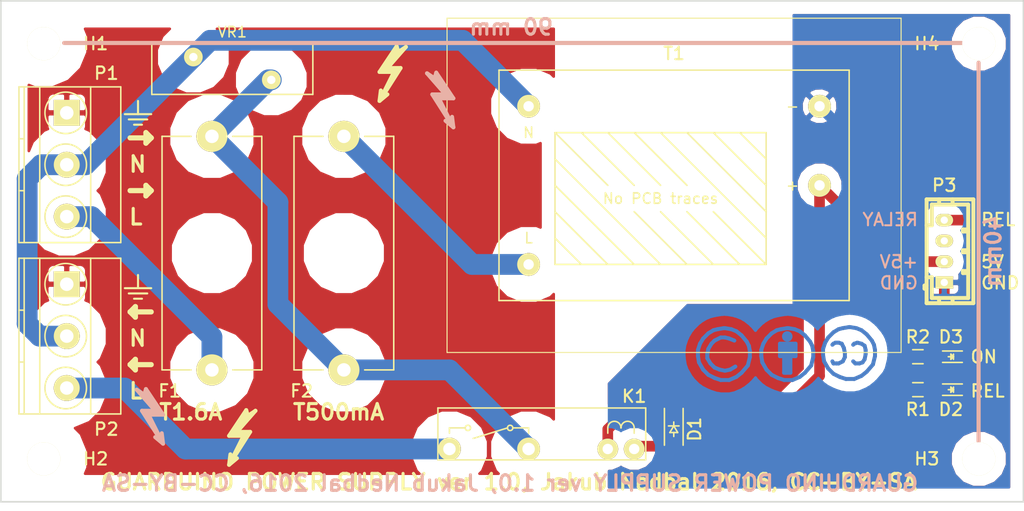
<source format=kicad_pcb>
(kicad_pcb (version 4) (host pcbnew "(2015-12-10 BZR 6367)-product")

  (general
    (links 22)
    (no_connects 0)
    (area 40.564999 40.564999 139.140001 88.975001)
    (thickness 1.6)
    (drawings 48)
    (tracks 61)
    (zones 0)
    (modules 24)
    (nets 17)
  )

  (page A4)
  (title_block
    (title "Guarduino Power Supply")
    (date 2016-09-25)
    (rev 1.0)
    (company "Serious Play Ltd")
    (comment 1 "Jakub Nedbal")
    (comment 2 "License: CC-BY-SA")
  )

  (layers
    (0 F.Cu signal)
    (31 B.Cu signal)
    (32 B.Adhes user)
    (33 F.Adhes user)
    (34 B.Paste user)
    (35 F.Paste user)
    (36 B.SilkS user)
    (37 F.SilkS user)
    (38 B.Mask user)
    (39 F.Mask user)
    (40 Dwgs.User user)
    (41 Cmts.User user)
    (42 Eco1.User user)
    (43 Eco2.User user)
    (44 Edge.Cuts user)
    (45 Margin user)
    (46 B.CrtYd user)
    (47 F.CrtYd user)
    (48 B.Fab user)
    (49 F.Fab user)
  )

  (setup
    (last_trace_width 0.25)
    (user_trace_width 0.508)
    (user_trace_width 1.024)
    (user_trace_width 1.5)
    (user_trace_width 2)
    (trace_clearance 0.2)
    (zone_clearance 1)
    (zone_45_only no)
    (trace_min 0.2)
    (segment_width 0.4)
    (edge_width 0.15)
    (via_size 0.6)
    (via_drill 0.4)
    (via_min_size 0.4)
    (via_min_drill 0.3)
    (uvia_size 0.3)
    (uvia_drill 0.1)
    (uvias_allowed no)
    (uvia_min_size 0.2)
    (uvia_min_drill 0.1)
    (pcb_text_width 0.3)
    (pcb_text_size 1.5 1.5)
    (mod_edge_width 0.15)
    (mod_text_size 1 1)
    (mod_text_width 0.15)
    (pad_size 3.2 3.2)
    (pad_drill 3.2)
    (pad_to_mask_clearance 0.2)
    (aux_axis_origin 0 0)
    (visible_elements FFFFFF7F)
    (pcbplotparams
      (layerselection 0x010f0_ffffffff)
      (usegerberextensions true)
      (excludeedgelayer true)
      (linewidth 0.100000)
      (plotframeref false)
      (viasonmask false)
      (mode 1)
      (useauxorigin false)
      (hpglpennumber 1)
      (hpglpenspeed 20)
      (hpglpendiameter 15)
      (hpglpenoverlay 2)
      (psnegative false)
      (psa4output false)
      (plotreference true)
      (plotvalue true)
      (plotinvisibletext false)
      (padsonsilk false)
      (subtractmaskfromsilk false)
      (outputformat 1)
      (mirror false)
      (drillshape 0)
      (scaleselection 1)
      (outputdirectory board/))
  )

  (net 0 "")
  (net 1 VCC)
  (net 2 /RELAY)
  (net 3 "Net-(D2-Pad2)")
  (net 4 "Net-(D3-Pad2)")
  (net 5 GND)
  (net 6 "Net-(F1-Pad1)")
  (net 7 /LINE)
  (net 8 /NEUTRAL)
  (net 9 "Net-(K1-Pad4)")
  (net 10 /EARTH)
  (net 11 "Net-(F2-Pad2)")
  (net 12 "Net-(H1-Pad1)")
  (net 13 "Net-(H2-Pad1)")
  (net 14 "Net-(H3-Pad1)")
  (net 15 "Net-(H4-Pad1)")
  (net 16 "Net-(P3-Pad3)")

  (net_class Default "This is the default net class."
    (clearance 0.2)
    (trace_width 0.25)
    (via_dia 0.6)
    (via_drill 0.4)
    (uvia_dia 0.3)
    (uvia_drill 0.1)
    (add_net /EARTH)
    (add_net /LINE)
    (add_net /NEUTRAL)
    (add_net /RELAY)
    (add_net GND)
    (add_net "Net-(D2-Pad2)")
    (add_net "Net-(D3-Pad2)")
    (add_net "Net-(F1-Pad1)")
    (add_net "Net-(F2-Pad2)")
    (add_net "Net-(H1-Pad1)")
    (add_net "Net-(H2-Pad1)")
    (add_net "Net-(H3-Pad1)")
    (add_net "Net-(H4-Pad1)")
    (add_net "Net-(K1-Pad4)")
    (add_net "Net-(P3-Pad3)")
    (add_net VCC)
  )

  (module Symbols:Symbol_Highvoltage_Type1_CopperTop_Small (layer B.Cu) (tedit 57F6E611) (tstamp 57F6E692)
    (at 55.88 81.28 180)
    (descr "Symbol, Highvoltage, Type 1, Copper Top, Small,")
    (tags "Symbol, Highvoltage, Type 1, Copper Top, Small,")
    (fp_text reference REF** (at 1.016 5.207 180) (layer B.SilkS) hide
      (effects (font (size 1 1) (thickness 0.15)) (justify mirror))
    )
    (fp_text value Symbol_Highvoltage_Type1_CopperTop_Small (at 0.508 -4.191 180) (layer B.Fab) hide
      (effects (font (size 1 1) (thickness 0.15)) (justify mirror))
    )
    (fp_line (start -0.381 0.762) (end 1.27 3.2385) (layer B.SilkS) (width 0.381))
    (fp_line (start 1.27 3.2385) (end 1.397 2.794) (layer B.SilkS) (width 0.381))
    (fp_line (start 1.397 2.794) (end 0 1.016) (layer B.SilkS) (width 0.381))
    (fp_line (start 0 1.016) (end 1.143 0.889) (layer B.SilkS) (width 0.381))
    (fp_line (start 2.159 3.175) (end 0.381 1.143) (layer B.SilkS) (width 0.381))
    (fp_line (start 0.381 1.143) (end 1.651 1.143) (layer B.SilkS) (width 0.381))
    (fp_line (start 2.159 3.175) (end 1.397 2.667) (layer B.SilkS) (width 0.381))
    (fp_line (start -0.381 0.762) (end 1.016 0.762) (layer B.SilkS) (width 0.381))
    (fp_line (start 1.016 0.762) (end -0.254 -1.778) (layer B.SilkS) (width 0.381))
    (fp_line (start -0.127 -1.651) (end 1.651 1.143) (layer B.SilkS) (width 0.381))
    (fp_line (start -0.254 -1.016) (end -0.381 -2.032) (layer B.SilkS) (width 0.381))
    (fp_line (start -0.381 -2.032) (end 0.381 -1.397) (layer B.SilkS) (width 0.381))
  )

  (module Symbols:Symbol_Highvoltage_Type1_CopperTop_Small (layer B.Cu) (tedit 57F6E611) (tstamp 57F6E610)
    (at 83.82 50.8 180)
    (descr "Symbol, Highvoltage, Type 1, Copper Top, Small,")
    (tags "Symbol, Highvoltage, Type 1, Copper Top, Small,")
    (fp_text reference REF** (at 1.016 5.207 180) (layer B.SilkS) hide
      (effects (font (size 1 1) (thickness 0.15)) (justify mirror))
    )
    (fp_text value Symbol_Highvoltage_Type1_CopperTop_Small (at 0.508 -4.191 180) (layer B.Fab) hide
      (effects (font (size 1 1) (thickness 0.15)) (justify mirror))
    )
    (fp_line (start -0.381 0.762) (end 1.27 3.2385) (layer B.SilkS) (width 0.381))
    (fp_line (start 1.27 3.2385) (end 1.397 2.794) (layer B.SilkS) (width 0.381))
    (fp_line (start 1.397 2.794) (end 0 1.016) (layer B.SilkS) (width 0.381))
    (fp_line (start 0 1.016) (end 1.143 0.889) (layer B.SilkS) (width 0.381))
    (fp_line (start 2.159 3.175) (end 0.381 1.143) (layer B.SilkS) (width 0.381))
    (fp_line (start 0.381 1.143) (end 1.651 1.143) (layer B.SilkS) (width 0.381))
    (fp_line (start 2.159 3.175) (end 1.397 2.667) (layer B.SilkS) (width 0.381))
    (fp_line (start -0.381 0.762) (end 1.016 0.762) (layer B.SilkS) (width 0.381))
    (fp_line (start 1.016 0.762) (end -0.254 -1.778) (layer B.SilkS) (width 0.381))
    (fp_line (start -0.127 -1.651) (end 1.651 1.143) (layer B.SilkS) (width 0.381))
    (fp_line (start -0.254 -1.016) (end -0.381 -2.032) (layer B.SilkS) (width 0.381))
    (fp_line (start -0.381 -2.032) (end 0.381 -1.397) (layer B.SilkS) (width 0.381))
  )

  (module Symbols:Symbol_Highvoltage_Type1_CopperTop_Small (layer F.Cu) (tedit 57F6E61B) (tstamp 57E6D2B2)
    (at 62.992 83.312)
    (descr "Symbol, Highvoltage, Type 1, Copper Top, Small,")
    (tags "Symbol, Highvoltage, Type 1, Copper Top, Small,")
    (fp_text reference REF** (at 1.016 -5.207) (layer F.SilkS) hide
      (effects (font (size 1 1) (thickness 0.15)))
    )
    (fp_text value Symbol_Highvoltage_Type1_CopperTop_Small (at 0.508 4.191) (layer F.Fab) hide
      (effects (font (size 1 1) (thickness 0.15)))
    )
    (fp_line (start -0.381 -0.762) (end 1.27 -3.2385) (layer F.SilkS) (width 0.381))
    (fp_line (start 1.27 -3.2385) (end 1.397 -2.794) (layer F.SilkS) (width 0.381))
    (fp_line (start 1.397 -2.794) (end 0 -1.016) (layer F.SilkS) (width 0.381))
    (fp_line (start 0 -1.016) (end 1.143 -0.889) (layer F.SilkS) (width 0.381))
    (fp_line (start 2.159 -3.175) (end 0.381 -1.143) (layer F.SilkS) (width 0.381))
    (fp_line (start 0.381 -1.143) (end 1.651 -1.143) (layer F.SilkS) (width 0.381))
    (fp_line (start 2.159 -3.175) (end 1.397 -2.667) (layer F.SilkS) (width 0.381))
    (fp_line (start -0.381 -0.762) (end 1.016 -0.762) (layer F.SilkS) (width 0.381))
    (fp_line (start 1.016 -0.762) (end -0.254 1.778) (layer F.SilkS) (width 0.381))
    (fp_line (start -0.127 1.651) (end 1.651 -1.143) (layer F.SilkS) (width 0.381))
    (fp_line (start -0.254 1.016) (end -0.381 2.032) (layer F.SilkS) (width 0.381))
    (fp_line (start -0.381 2.032) (end 0.381 1.397) (layer F.SilkS) (width 0.381))
  )

  (module Symbols:Symbol_Highvoltage_Type1_CopperTop_Small (layer F.Cu) (tedit 57F6E606) (tstamp 57E67182)
    (at 77.47 48.26)
    (descr "Symbol, Highvoltage, Type 1, Copper Top, Small,")
    (tags "Symbol, Highvoltage, Type 1, Copper Top, Small,")
    (fp_text reference REF** (at 1.016 -5.207) (layer F.SilkS) hide
      (effects (font (size 1 1) (thickness 0.15)))
    )
    (fp_text value Symbol_Highvoltage_Type1_CopperTop_Small (at 0.508 4.191) (layer F.Fab) hide
      (effects (font (size 1 1) (thickness 0.15)))
    )
    (fp_line (start -0.381 -0.762) (end 1.27 -3.2385) (layer F.SilkS) (width 0.381))
    (fp_line (start 1.27 -3.2385) (end 1.397 -2.794) (layer F.SilkS) (width 0.381))
    (fp_line (start 1.397 -2.794) (end 0 -1.016) (layer F.SilkS) (width 0.381))
    (fp_line (start 0 -1.016) (end 1.143 -0.889) (layer F.SilkS) (width 0.381))
    (fp_line (start 2.159 -3.175) (end 0.381 -1.143) (layer F.SilkS) (width 0.381))
    (fp_line (start 0.381 -1.143) (end 1.651 -1.143) (layer F.SilkS) (width 0.381))
    (fp_line (start 2.159 -3.175) (end 1.397 -2.667) (layer F.SilkS) (width 0.381))
    (fp_line (start -0.381 -0.762) (end 1.016 -0.762) (layer F.SilkS) (width 0.381))
    (fp_line (start 1.016 -0.762) (end -0.254 1.778) (layer F.SilkS) (width 0.381))
    (fp_line (start -0.127 1.651) (end 1.651 -1.143) (layer F.SilkS) (width 0.381))
    (fp_line (start -0.254 1.016) (end -0.381 2.032) (layer F.SilkS) (width 0.381))
    (fp_line (start -0.381 2.032) (end 0.381 1.397) (layer F.SilkS) (width 0.381))
  )

  (module Diodes_SMD:SOD-123 (layer F.Cu) (tedit 57E668E5) (tstamp 57E45B53)
    (at 105.41 81.915 270)
    (descr SOD-123)
    (tags SOD-123)
    (path /57DB7F92)
    (attr smd)
    (fp_text reference D1 (at 0 -2 270) (layer F.SilkS)
      (effects (font (size 1.2 1.2) (thickness 0.2)))
    )
    (fp_text value 1N5819 (at 0 2.1 270) (layer F.Fab)
      (effects (font (size 1 1) (thickness 0.15)))
    )
    (fp_line (start 0.3175 0) (end 0.6985 0) (layer F.SilkS) (width 0.15))
    (fp_line (start -0.6985 0) (end -0.3175 0) (layer F.SilkS) (width 0.15))
    (fp_line (start -0.3175 0) (end 0.3175 -0.381) (layer F.SilkS) (width 0.15))
    (fp_line (start 0.3175 -0.381) (end 0.3175 0.381) (layer F.SilkS) (width 0.15))
    (fp_line (start 0.3175 0.381) (end -0.3175 0) (layer F.SilkS) (width 0.15))
    (fp_line (start -0.3175 -0.508) (end -0.3175 0.508) (layer F.SilkS) (width 0.15))
    (fp_line (start -2.25 -1.05) (end 2.25 -1.05) (layer F.CrtYd) (width 0.05))
    (fp_line (start 2.25 -1.05) (end 2.25 1.05) (layer F.CrtYd) (width 0.05))
    (fp_line (start 2.25 1.05) (end -2.25 1.05) (layer F.CrtYd) (width 0.05))
    (fp_line (start -2.25 -1.05) (end -2.25 1.05) (layer F.CrtYd) (width 0.05))
    (fp_line (start -2 0.9) (end 1.54 0.9) (layer F.SilkS) (width 0.15))
    (fp_line (start -2 -0.9) (end 1.54 -0.9) (layer F.SilkS) (width 0.15))
    (pad 1 smd rect (at -1.635 0 270) (size 0.91 1.22) (layers F.Cu F.Paste F.Mask)
      (net 1 VCC))
    (pad 2 smd rect (at 1.635 0 270) (size 0.91 1.22) (layers F.Cu F.Paste F.Mask)
      (net 2 /RELAY))
    (model jakub.3dshapes/diodes/sod123.wrl
      (at (xyz 0 0 0))
      (scale (xyz 1 1 1))
      (rotate (xyz 0 0 180))
    )
  )

  (module LEDs:LED_0603 (layer F.Cu) (tedit 57E6693C) (tstamp 57E45B59)
    (at 132.08 78.105 180)
    (descr "LED 0603 smd package")
    (tags "LED led 0603 SMD smd SMT smt smdled SMDLED smtled SMTLED")
    (path /577B144E)
    (attr smd)
    (fp_text reference D2 (at 0 -1.905 180) (layer F.SilkS)
      (effects (font (size 1.2 1.2) (thickness 0.2)))
    )
    (fp_text value "LED GREEN" (at 0 1.5 180) (layer F.Fab)
      (effects (font (size 1 1) (thickness 0.15)))
    )
    (fp_line (start -0.3 -0.2) (end -0.3 0.2) (layer F.Fab) (width 0.15))
    (fp_line (start -0.2 0) (end 0.1 -0.2) (layer F.Fab) (width 0.15))
    (fp_line (start 0.1 0.2) (end -0.2 0) (layer F.Fab) (width 0.15))
    (fp_line (start 0.1 -0.2) (end 0.1 0.2) (layer F.Fab) (width 0.15))
    (fp_line (start 0.8 0.4) (end -0.8 0.4) (layer F.Fab) (width 0.15))
    (fp_line (start 0.8 -0.4) (end 0.8 0.4) (layer F.Fab) (width 0.15))
    (fp_line (start -0.8 -0.4) (end 0.8 -0.4) (layer F.Fab) (width 0.15))
    (fp_line (start -0.8 0.4) (end -0.8 -0.4) (layer F.Fab) (width 0.15))
    (fp_line (start -1.1 0.55) (end 0.8 0.55) (layer F.SilkS) (width 0.15))
    (fp_line (start -1.1 -0.55) (end 0.8 -0.55) (layer F.SilkS) (width 0.15))
    (fp_line (start -0.2 0) (end 0.25 0) (layer F.SilkS) (width 0.15))
    (fp_line (start -0.25 -0.25) (end -0.25 0.25) (layer F.SilkS) (width 0.15))
    (fp_line (start -0.25 0) (end 0 -0.25) (layer F.SilkS) (width 0.15))
    (fp_line (start 0 -0.25) (end 0 0.25) (layer F.SilkS) (width 0.15))
    (fp_line (start 0 0.25) (end -0.25 0) (layer F.SilkS) (width 0.15))
    (fp_line (start 1.4 -0.75) (end 1.4 0.75) (layer F.CrtYd) (width 0.05))
    (fp_line (start 1.4 0.75) (end -1.4 0.75) (layer F.CrtYd) (width 0.05))
    (fp_line (start -1.4 0.75) (end -1.4 -0.75) (layer F.CrtYd) (width 0.05))
    (fp_line (start -1.4 -0.75) (end 1.4 -0.75) (layer F.CrtYd) (width 0.05))
    (pad 2 smd rect (at 0.7493 0) (size 0.79756 0.79756) (layers F.Cu F.Paste F.Mask)
      (net 3 "Net-(D2-Pad2)"))
    (pad 1 smd rect (at -0.7493 0) (size 0.79756 0.79756) (layers F.Cu F.Paste F.Mask)
      (net 2 /RELAY))
    (model jakub.3dshapes/LED/LED-0603.wrl
      (at (xyz 0 0 0))
      (scale (xyz 1 1 1))
      (rotate (xyz 0 0 180))
    )
  )

  (module LEDs:LED_0603 (layer F.Cu) (tedit 57E66953) (tstamp 57E45B5F)
    (at 132.08 74.93 180)
    (descr "LED 0603 smd package")
    (tags "LED led 0603 SMD smd SMT smt smdled SMDLED smtled SMTLED")
    (path /57DB50F0)
    (attr smd)
    (fp_text reference D3 (at 0 1.905 180) (layer F.SilkS)
      (effects (font (size 1.2 1.2) (thickness 0.2)))
    )
    (fp_text value "LED GREEN" (at 0 1.5 180) (layer F.Fab)
      (effects (font (size 1 1) (thickness 0.15)))
    )
    (fp_line (start -0.3 -0.2) (end -0.3 0.2) (layer F.Fab) (width 0.15))
    (fp_line (start -0.2 0) (end 0.1 -0.2) (layer F.Fab) (width 0.15))
    (fp_line (start 0.1 0.2) (end -0.2 0) (layer F.Fab) (width 0.15))
    (fp_line (start 0.1 -0.2) (end 0.1 0.2) (layer F.Fab) (width 0.15))
    (fp_line (start 0.8 0.4) (end -0.8 0.4) (layer F.Fab) (width 0.15))
    (fp_line (start 0.8 -0.4) (end 0.8 0.4) (layer F.Fab) (width 0.15))
    (fp_line (start -0.8 -0.4) (end 0.8 -0.4) (layer F.Fab) (width 0.15))
    (fp_line (start -0.8 0.4) (end -0.8 -0.4) (layer F.Fab) (width 0.15))
    (fp_line (start -1.1 0.55) (end 0.8 0.55) (layer F.SilkS) (width 0.15))
    (fp_line (start -1.1 -0.55) (end 0.8 -0.55) (layer F.SilkS) (width 0.15))
    (fp_line (start -0.2 0) (end 0.25 0) (layer F.SilkS) (width 0.15))
    (fp_line (start -0.25 -0.25) (end -0.25 0.25) (layer F.SilkS) (width 0.15))
    (fp_line (start -0.25 0) (end 0 -0.25) (layer F.SilkS) (width 0.15))
    (fp_line (start 0 -0.25) (end 0 0.25) (layer F.SilkS) (width 0.15))
    (fp_line (start 0 0.25) (end -0.25 0) (layer F.SilkS) (width 0.15))
    (fp_line (start 1.4 -0.75) (end 1.4 0.75) (layer F.CrtYd) (width 0.05))
    (fp_line (start 1.4 0.75) (end -1.4 0.75) (layer F.CrtYd) (width 0.05))
    (fp_line (start -1.4 0.75) (end -1.4 -0.75) (layer F.CrtYd) (width 0.05))
    (fp_line (start -1.4 -0.75) (end 1.4 -0.75) (layer F.CrtYd) (width 0.05))
    (pad 2 smd rect (at 0.7493 0) (size 0.79756 0.79756) (layers F.Cu F.Paste F.Mask)
      (net 4 "Net-(D3-Pad2)"))
    (pad 1 smd rect (at -0.7493 0) (size 0.79756 0.79756) (layers F.Cu F.Paste F.Mask)
      (net 5 GND))
    (model jakub.3dshapes/LED/LED-0603.wrl
      (at (xyz 0 0 0))
      (scale (xyz 1 1 1))
      (rotate (xyz 0 0 180))
    )
  )

  (module Fuse_Holders_and_Fuses:Fuseholder5x20_horiz_open_Schurter_0031_8201 (layer F.Cu) (tedit 57E6DC57) (tstamp 57E45B66)
    (at 60.96 76.2 90)
    (descr http://www.schurter.com/var/schurter/storage/ilcatalogue/files/document/datasheet/en/pdf/typ_OGN.pdf)
    (tags "Fuseholder horizontal open 5x20 Schurter 0031.8201")
    (path /577B1092)
    (fp_text reference F1 (at -2.032 -4.064 180) (layer F.SilkS)
      (effects (font (size 1.2 1.2) (thickness 0.2)))
    )
    (fp_text value T1.6A (at 11.25 6 90) (layer F.Fab)
      (effects (font (size 1 1) (thickness 0.15)))
    )
    (fp_arc (start 22.5 0) (end 22.75 -1.95) (angle 165.3) (layer F.CrtYd) (width 0.05))
    (fp_arc (start 0 0) (end -0.25 1.95) (angle 165.3) (layer F.CrtYd) (width 0.05))
    (fp_line (start -0.25 5.05) (end -0.25 1.95) (layer F.CrtYd) (width 0.05))
    (fp_line (start 22.5 4.8) (end 22.5 2) (layer F.SilkS) (width 0.15))
    (fp_line (start 22.5 -2) (end 22.5 -4.8) (layer F.SilkS) (width 0.15))
    (fp_line (start 0 -2) (end 0 -4.8) (layer F.SilkS) (width 0.15))
    (fp_line (start 0 -4.8) (end 22.5 -4.8) (layer F.SilkS) (width 0.15))
    (fp_line (start 22.75 5.05) (end -0.25 5.05) (layer F.CrtYd) (width 0.05))
    (fp_line (start -0.25 -5.05) (end 22.75 -5.05) (layer F.CrtYd) (width 0.05))
    (fp_line (start 0 4.8) (end 22.5 4.8) (layer F.SilkS) (width 0.15))
    (fp_line (start -0.25 -1.95) (end -0.25 -5.05) (layer F.CrtYd) (width 0.05))
    (fp_line (start 22.75 -1.95) (end 22.75 -5.05) (layer F.CrtYd) (width 0.05))
    (fp_line (start 22.75 1.95) (end 22.75 5.05) (layer F.CrtYd) (width 0.05))
    (fp_line (start 0 4.8) (end 0 2) (layer F.SilkS) (width 0.15))
    (pad 1 thru_hole circle (at 0 0 90) (size 3 3) (drill 1.3) (layers *.Cu *.Mask F.SilkS)
      (net 6 "Net-(F1-Pad1)"))
    (pad 2 thru_hole circle (at 22.5 0 90) (size 3 3) (drill 1.3) (layers *.Cu *.Mask F.SilkS)
      (net 7 /LINE))
    (pad "" np_thru_hole circle (at 11.25 0 90) (size 2.7 2.7) (drill 2.7) (layers *.Cu *.Mask))
    (model jakub.3dshapes/fuses/schurter_0031-8201.wrl
      (at (xyz -0.01 0.185 -0.16))
      (scale (xyz 0.3937 0.3937 0.3937))
      (rotate (xyz -90 0 0))
    )
  )

  (module Fuse_Holders_and_Fuses:Fuseholder5x20_horiz_open_Schurter_0031_8201 (layer F.Cu) (tedit 57E6DC47) (tstamp 57E45B6D)
    (at 73.66 76.2 90)
    (descr http://www.schurter.com/var/schurter/storage/ilcatalogue/files/document/datasheet/en/pdf/typ_OGN.pdf)
    (tags "Fuseholder horizontal open 5x20 Schurter 0031.8201")
    (path /57E45254)
    (fp_text reference F2 (at -2.032 -4.064 180) (layer F.SilkS)
      (effects (font (size 1.2 1.2) (thickness 0.2)))
    )
    (fp_text value T1A (at 11.25 6 90) (layer F.Fab)
      (effects (font (size 1 1) (thickness 0.15)))
    )
    (fp_arc (start 22.5 0) (end 22.75 -1.95) (angle 165.3) (layer F.CrtYd) (width 0.05))
    (fp_arc (start 0 0) (end -0.25 1.95) (angle 165.3) (layer F.CrtYd) (width 0.05))
    (fp_line (start -0.25 5.05) (end -0.25 1.95) (layer F.CrtYd) (width 0.05))
    (fp_line (start 22.5 4.8) (end 22.5 2) (layer F.SilkS) (width 0.15))
    (fp_line (start 22.5 -2) (end 22.5 -4.8) (layer F.SilkS) (width 0.15))
    (fp_line (start 0 -2) (end 0 -4.8) (layer F.SilkS) (width 0.15))
    (fp_line (start 0 -4.8) (end 22.5 -4.8) (layer F.SilkS) (width 0.15))
    (fp_line (start 22.75 5.05) (end -0.25 5.05) (layer F.CrtYd) (width 0.05))
    (fp_line (start -0.25 -5.05) (end 22.75 -5.05) (layer F.CrtYd) (width 0.05))
    (fp_line (start 0 4.8) (end 22.5 4.8) (layer F.SilkS) (width 0.15))
    (fp_line (start -0.25 -1.95) (end -0.25 -5.05) (layer F.CrtYd) (width 0.05))
    (fp_line (start 22.75 -1.95) (end 22.75 -5.05) (layer F.CrtYd) (width 0.05))
    (fp_line (start 22.75 1.95) (end 22.75 5.05) (layer F.CrtYd) (width 0.05))
    (fp_line (start 0 4.8) (end 0 2) (layer F.SilkS) (width 0.15))
    (pad 1 thru_hole circle (at 0 0 90) (size 3 3) (drill 1.3) (layers *.Cu *.Mask F.SilkS)
      (net 7 /LINE))
    (pad 2 thru_hole circle (at 22.5 0 90) (size 3 3) (drill 1.3) (layers *.Cu *.Mask F.SilkS)
      (net 11 "Net-(F2-Pad2)"))
    (pad "" np_thru_hole circle (at 11.25 0 90) (size 2.7 2.7) (drill 2.7) (layers *.Cu *.Mask))
    (model jakub.3dshapes/fuses/schurter_0031-8201.wrl
      (at (xyz -0.01 0.185 -0.16))
      (scale (xyz 0.3937 0.3937 0.3937))
      (rotate (xyz -90 0 0))
    )
  )

  (module jakub:PCNrelay (layer F.Cu) (tedit 57E6CD12) (tstamp 57E45B75)
    (at 101.6 83.82 180)
    (path /577B0019)
    (fp_text reference K1 (at 0 5.08 180) (layer F.SilkS)
      (effects (font (size 1.2 1.2) (thickness 0.2)))
    )
    (fp_text value RELAY (at 9.525 5.08 180) (layer F.Fab)
      (effects (font (size 1 1) (thickness 0.15)))
    )
    (fp_line (start 0 1.524) (end 0 2.032) (layer F.SilkS) (width 0.15))
    (fp_line (start 2.54 1.524) (end 2.54 2.032) (layer F.SilkS) (width 0.15))
    (fp_line (start 11.684 2.032) (end 10.16 2.032) (layer F.SilkS) (width 0.15))
    (fp_line (start 17.78 2.032) (end 16.256 2.032) (layer F.SilkS) (width 0.15))
    (fp_line (start 12.192 2.032) (end 15.494 1.016) (layer F.SilkS) (width 0.15))
    (fp_line (start 10.16 1.524) (end 10.16 2.032) (layer F.SilkS) (width 0.15))
    (fp_line (start 17.78 2.032) (end 17.78 1.524) (layer F.SilkS) (width 0.15))
    (fp_circle (center 16.002 2.032) (end 15.748 2.032) (layer F.SilkS) (width 0.15))
    (fp_circle (center 11.938 2.032) (end 12.192 2.032) (layer F.SilkS) (width 0.15))
    (fp_arc (start 1.905 2.032) (end 2.54 2.032) (angle 90) (layer F.SilkS) (width 0.15))
    (fp_arc (start 1.905 2.032) (end 1.905 2.667) (angle 90) (layer F.SilkS) (width 0.15))
    (fp_arc (start 0.635 2.032) (end 1.27 2.032) (angle 90) (layer F.SilkS) (width 0.15))
    (fp_arc (start 0.635 2.032) (end 0.635 2.667) (angle 90) (layer F.SilkS) (width 0.15))
    (fp_line (start 18.89 3.95) (end -1.11 3.95) (layer F.SilkS) (width 0.15))
    (fp_line (start -1.11 3.95) (end -1.11 -1.05) (layer F.SilkS) (width 0.15))
    (fp_line (start 18.89 -1.05) (end 18.89 3.95) (layer F.SilkS) (width 0.15))
    (fp_line (start -1.11 -1.05) (end 18.89 -1.05) (layer F.SilkS) (width 0.15))
    (pad 1 thru_hole circle (at 0 0 180) (size 2 2) (drill 1) (layers *.Cu *.Mask F.SilkS)
      (net 2 /RELAY))
    (pad 2 thru_hole circle (at 2.54 0 180) (size 2 2) (drill 1) (layers *.Cu *.Mask F.SilkS)
      (net 1 VCC))
    (pad 3 thru_hole circle (at 10.16 0 180) (size 2.2 2.2) (drill 1.2) (layers *.Cu *.Mask F.SilkS)
      (net 7 /LINE))
    (pad 4 thru_hole circle (at 17.78 0 180) (size 2.2 2.2) (drill 1.2) (layers *.Cu *.Mask F.SilkS)
      (net 9 "Net-(K1-Pad4)"))
    (model jakub.3dshapes/relays/Tyco/PCNrelay.wrl
      (at (xyz -0.044 0.0415 -0.138))
      (scale (xyz 0.3937 0.3937 0.3937))
      (rotate (xyz -90 0 0))
    )
  )

  (module Terminal_Blocks:TerminalBlock_Pheonix_MKDS1.5-3pol (layer F.Cu) (tedit 57E66889) (tstamp 57E45B7C)
    (at 46.99 51.435 270)
    (descr "3-way 5mm pitch terminal block, Phoenix MKDS series")
    (path /577AFB60)
    (fp_text reference P1 (at -3.81 -3.81 360) (layer F.SilkS)
      (effects (font (size 1.2 1.2) (thickness 0.2)))
    )
    (fp_text value "3way terminal" (at 5 -6.6 270) (layer F.Fab)
      (effects (font (size 1 1) (thickness 0.15)))
    )
    (fp_line (start -2.7 4.8) (end -2.7 -5.4) (layer F.CrtYd) (width 0.05))
    (fp_line (start 12.7 4.8) (end -2.7 4.8) (layer F.CrtYd) (width 0.05))
    (fp_line (start 12.7 -5.4) (end 12.7 4.8) (layer F.CrtYd) (width 0.05))
    (fp_line (start -2.7 -5.4) (end 12.7 -5.4) (layer F.CrtYd) (width 0.05))
    (fp_circle (center 10 0.1) (end 8 0.1) (layer F.SilkS) (width 0.15))
    (fp_line (start 7.5 4.1) (end 7.5 4.6) (layer F.SilkS) (width 0.15))
    (fp_line (start 2.5 4.1) (end 2.5 4.6) (layer F.SilkS) (width 0.15))
    (fp_circle (center 5 0.1) (end 3 0.1) (layer F.SilkS) (width 0.15))
    (fp_circle (center 0 0.1) (end 2 0.1) (layer F.SilkS) (width 0.15))
    (fp_line (start -2.5 2.6) (end 12.5 2.6) (layer F.SilkS) (width 0.15))
    (fp_line (start -2.5 -2.3) (end 12.5 -2.3) (layer F.SilkS) (width 0.15))
    (fp_line (start -2.5 4.1) (end 12.5 4.1) (layer F.SilkS) (width 0.15))
    (fp_line (start -2.5 4.6) (end 12.5 4.6) (layer F.SilkS) (width 0.15))
    (fp_line (start 12.5 4.6) (end 12.5 -5.2) (layer F.SilkS) (width 0.15))
    (fp_line (start 12.5 -5.2) (end -2.5 -5.2) (layer F.SilkS) (width 0.15))
    (fp_line (start -2.5 -5.2) (end -2.5 4.6) (layer F.SilkS) (width 0.15))
    (pad 3 thru_hole circle (at 10 0 270) (size 2.5 2.5) (drill 1.3) (layers *.Cu *.Mask F.SilkS)
      (net 6 "Net-(F1-Pad1)"))
    (pad 1 thru_hole rect (at 0 0 270) (size 2.5 2.5) (drill 1.3) (layers *.Cu *.Mask F.SilkS)
      (net 10 /EARTH))
    (pad 2 thru_hole circle (at 5 0 270) (size 2.5 2.5) (drill 1.3) (layers *.Cu *.Mask F.SilkS)
      (net 8 /NEUTRAL))
    (model Terminal_Blocks.3dshapes/TerminalBlock_Pheonix_MKDS1.5-3pol.wrl
      (at (xyz 0.1968 0 0))
      (scale (xyz 1 1 1))
      (rotate (xyz 0 0 0))
    )
  )

  (module Terminal_Blocks:TerminalBlock_Pheonix_MKDS1.5-3pol (layer F.Cu) (tedit 57E66893) (tstamp 57E45B83)
    (at 46.99 67.945 270)
    (descr "3-way 5mm pitch terminal block, Phoenix MKDS series")
    (path /57D9C98D)
    (fp_text reference P2 (at 13.97 -3.81 360) (layer F.SilkS)
      (effects (font (size 1.2 1.2) (thickness 0.2)))
    )
    (fp_text value "3way terminal" (at 5 -6.6 270) (layer F.Fab)
      (effects (font (size 1 1) (thickness 0.15)))
    )
    (fp_line (start -2.7 4.8) (end -2.7 -5.4) (layer F.CrtYd) (width 0.05))
    (fp_line (start 12.7 4.8) (end -2.7 4.8) (layer F.CrtYd) (width 0.05))
    (fp_line (start 12.7 -5.4) (end 12.7 4.8) (layer F.CrtYd) (width 0.05))
    (fp_line (start -2.7 -5.4) (end 12.7 -5.4) (layer F.CrtYd) (width 0.05))
    (fp_circle (center 10 0.1) (end 8 0.1) (layer F.SilkS) (width 0.15))
    (fp_line (start 7.5 4.1) (end 7.5 4.6) (layer F.SilkS) (width 0.15))
    (fp_line (start 2.5 4.1) (end 2.5 4.6) (layer F.SilkS) (width 0.15))
    (fp_circle (center 5 0.1) (end 3 0.1) (layer F.SilkS) (width 0.15))
    (fp_circle (center 0 0.1) (end 2 0.1) (layer F.SilkS) (width 0.15))
    (fp_line (start -2.5 2.6) (end 12.5 2.6) (layer F.SilkS) (width 0.15))
    (fp_line (start -2.5 -2.3) (end 12.5 -2.3) (layer F.SilkS) (width 0.15))
    (fp_line (start -2.5 4.1) (end 12.5 4.1) (layer F.SilkS) (width 0.15))
    (fp_line (start -2.5 4.6) (end 12.5 4.6) (layer F.SilkS) (width 0.15))
    (fp_line (start 12.5 4.6) (end 12.5 -5.2) (layer F.SilkS) (width 0.15))
    (fp_line (start 12.5 -5.2) (end -2.5 -5.2) (layer F.SilkS) (width 0.15))
    (fp_line (start -2.5 -5.2) (end -2.5 4.6) (layer F.SilkS) (width 0.15))
    (pad 3 thru_hole circle (at 10 0 270) (size 2.5 2.5) (drill 1.3) (layers *.Cu *.Mask F.SilkS)
      (net 9 "Net-(K1-Pad4)"))
    (pad 1 thru_hole rect (at 0 0 270) (size 2.5 2.5) (drill 1.3) (layers *.Cu *.Mask F.SilkS)
      (net 10 /EARTH))
    (pad 2 thru_hole circle (at 5 0 270) (size 2.5 2.5) (drill 1.3) (layers *.Cu *.Mask F.SilkS)
      (net 8 /NEUTRAL))
    (model Terminal_Blocks.3dshapes/TerminalBlock_Pheonix_MKDS1.5-3pol.wrl
      (at (xyz 0.1968 0 0))
      (scale (xyz 1 1 1))
      (rotate (xyz 0 0 0))
    )
  )

  (module jakub:JST_PH_04way_vert (layer F.Cu) (tedit 57E6D989) (tstamp 57E45B8B)
    (at 131.445 64.77 90)
    (descr "JST PH series connector, B4B-PH-KL")
    (path /57D9CED1)
    (fp_text reference P3 (at 6.35 0 180) (layer F.SilkS)
      (effects (font (size 1.2 1.2) (thickness 0.2)))
    )
    (fp_text value "4way connector" (at 0 4.20116 90) (layer F.Fab)
      (effects (font (thickness 0.3048)))
    )
    (fp_line (start 0.09906 1.80086) (end 0.09906 2.30124) (layer F.SilkS) (width 0.381))
    (fp_line (start -0.09906 1.80086) (end 0.09906 1.80086) (layer F.SilkS) (width 0.381))
    (fp_line (start -0.09906 2.30124) (end -0.09906 1.80086) (layer F.SilkS) (width 0.381))
    (fp_line (start -5.00126 2.79908) (end 5.00126 2.79908) (layer F.SilkS) (width 0.381))
    (fp_line (start 4.50088 2.30124) (end -4.50088 2.30124) (layer F.SilkS) (width 0.381))
    (fp_line (start -5.00126 -1.69926) (end 5.00126 -1.69926) (layer F.SilkS) (width 0.381))
    (fp_line (start -1.90246 1.80086) (end -1.90246 2.30124) (layer F.SilkS) (width 0.381))
    (fp_line (start -2.10058 1.80086) (end -1.90246 1.80086) (layer F.SilkS) (width 0.381))
    (fp_line (start -2.10058 2.30124) (end -2.10058 1.80086) (layer F.SilkS) (width 0.381))
    (fp_line (start 1.89992 2.30124) (end 1.89992 1.80086) (layer F.SilkS) (width 0.381))
    (fp_line (start 1.89992 1.80086) (end 2.09804 1.80086) (layer F.SilkS) (width 0.381))
    (fp_line (start 2.09804 1.80086) (end 2.09804 2.30124) (layer F.SilkS) (width 0.381))
    (fp_line (start 5.00126 -0.50038) (end 4.50088 -0.50038) (layer F.SilkS) (width 0.381))
    (fp_line (start 4.50088 0.8001) (end 5.00126 0.8001) (layer F.SilkS) (width 0.381))
    (fp_line (start -4.50088 0.8001) (end -5.00126 0.8001) (layer F.SilkS) (width 0.381))
    (fp_line (start -4.50088 -0.50038) (end -5.00126 -0.50038) (layer F.SilkS) (width 0.381))
    (fp_line (start -2.5019 -1.69926) (end -2.5019 -1.19888) (layer F.SilkS) (width 0.381))
    (fp_line (start -2.5019 -1.19888) (end -4.50088 -1.19888) (layer F.SilkS) (width 0.381))
    (fp_line (start -4.50088 -1.19888) (end -4.50088 2.30124) (layer F.SilkS) (width 0.381))
    (fp_line (start 4.50088 2.30124) (end 4.50088 -1.19888) (layer F.SilkS) (width 0.381))
    (fp_line (start 4.50088 -1.19888) (end 2.5019 -1.19888) (layer F.SilkS) (width 0.381))
    (fp_line (start 2.5019 -1.19888) (end 2.5019 -1.69926) (layer F.SilkS) (width 0.381))
    (fp_line (start -5.00126 -1.69926) (end -5.00126 2.79908) (layer F.SilkS) (width 0.381))
    (fp_line (start 5.00126 -1.69926) (end 5.00126 2.79908) (layer F.SilkS) (width 0.381))
    (fp_line (start -3.302 -1.69926) (end -3.302 -1.89992) (layer F.SilkS) (width 0.381))
    (fp_line (start -3.302 -1.89992) (end -3.60172 -1.89992) (layer F.SilkS) (width 0.381))
    (fp_line (start -3.60172 -1.89992) (end -3.60172 -1.69926) (layer F.SilkS) (width 0.381))
    (pad 1 thru_hole rect (at -3.00228 0 90) (size 1.19888 1.69926) (drill 0.70104) (layers *.Cu *.Mask F.SilkS)
      (net 5 GND))
    (pad 3 thru_hole oval (at 1.00076 0 90) (size 1.19888 1.69926) (drill 0.70104) (layers *.Cu *.Mask F.SilkS)
      (net 16 "Net-(P3-Pad3)"))
    (pad 2 thru_hole oval (at -1.00076 0 90) (size 1.19888 1.69926) (drill 0.70104) (layers *.Cu *.Mask F.SilkS)
      (net 1 VCC))
    (pad 4 thru_hole oval (at 2.99974 0 90) (size 1.19888 1.69926) (drill 0.70104) (layers *.Cu *.Mask F.SilkS)
      (net 2 /RELAY))
    (model jakub.3dshapes/connectors/JST-PH/b4b-ph-kl.wrl
      (at (xyz 0 0 0))
      (scale (xyz 1 1 1))
      (rotate (xyz 0 0 0))
    )
  )

  (module Resistors_SMD:R_0603 (layer F.Cu) (tedit 57E66939) (tstamp 57E45B91)
    (at 128.905 78.105)
    (descr "Resistor SMD 0603, reflow soldering, Vishay (see dcrcw.pdf)")
    (tags "resistor 0603")
    (path /577B122C)
    (attr smd)
    (fp_text reference R1 (at 0 1.905) (layer F.SilkS)
      (effects (font (size 1.2 1.2) (thickness 0.2)))
    )
    (fp_text value 10k (at 0 1.9) (layer F.Fab)
      (effects (font (size 1 1) (thickness 0.15)))
    )
    (fp_line (start -1.3 -0.8) (end 1.3 -0.8) (layer F.CrtYd) (width 0.05))
    (fp_line (start -1.3 0.8) (end 1.3 0.8) (layer F.CrtYd) (width 0.05))
    (fp_line (start -1.3 -0.8) (end -1.3 0.8) (layer F.CrtYd) (width 0.05))
    (fp_line (start 1.3 -0.8) (end 1.3 0.8) (layer F.CrtYd) (width 0.05))
    (fp_line (start 0.5 0.675) (end -0.5 0.675) (layer F.SilkS) (width 0.15))
    (fp_line (start -0.5 -0.675) (end 0.5 -0.675) (layer F.SilkS) (width 0.15))
    (pad 1 smd rect (at -0.75 0) (size 0.5 0.9) (layers F.Cu F.Paste F.Mask)
      (net 1 VCC))
    (pad 2 smd rect (at 0.75 0) (size 0.5 0.9) (layers F.Cu F.Paste F.Mask)
      (net 3 "Net-(D2-Pad2)"))
    (model Resistors_SMD.3dshapes/R_0603.wrl
      (at (xyz 0 0 0))
      (scale (xyz 1 1 1))
      (rotate (xyz 0 0 0))
    )
  )

  (module Resistors_SMD:R_0603 (layer F.Cu) (tedit 57E6694B) (tstamp 57E45B97)
    (at 128.905 74.93)
    (descr "Resistor SMD 0603, reflow soldering, Vishay (see dcrcw.pdf)")
    (tags "resistor 0603")
    (path /57DB4CDD)
    (attr smd)
    (fp_text reference R2 (at 0 -1.905) (layer F.SilkS)
      (effects (font (size 1.2 1.2) (thickness 0.2)))
    )
    (fp_text value 10k (at 0 1.9) (layer F.Fab)
      (effects (font (size 1 1) (thickness 0.15)))
    )
    (fp_line (start -1.3 -0.8) (end 1.3 -0.8) (layer F.CrtYd) (width 0.05))
    (fp_line (start -1.3 0.8) (end 1.3 0.8) (layer F.CrtYd) (width 0.05))
    (fp_line (start -1.3 -0.8) (end -1.3 0.8) (layer F.CrtYd) (width 0.05))
    (fp_line (start 1.3 -0.8) (end 1.3 0.8) (layer F.CrtYd) (width 0.05))
    (fp_line (start 0.5 0.675) (end -0.5 0.675) (layer F.SilkS) (width 0.15))
    (fp_line (start -0.5 -0.675) (end 0.5 -0.675) (layer F.SilkS) (width 0.15))
    (pad 1 smd rect (at -0.75 0) (size 0.5 0.9) (layers F.Cu F.Paste F.Mask)
      (net 1 VCC))
    (pad 2 smd rect (at 0.75 0) (size 0.5 0.9) (layers F.Cu F.Paste F.Mask)
      (net 4 "Net-(D3-Pad2)"))
    (model Resistors_SMD.3dshapes/R_0603.wrl
      (at (xyz 0 0 0))
      (scale (xyz 1 1 1))
      (rotate (xyz 0 0 0))
    )
  )

  (module jakub:RAC01-02 (layer F.Cu) (tedit 57E668D7) (tstamp 57E45B9F)
    (at 91.44 66.04)
    (path /577AE215)
    (fp_text reference T1 (at 14 -20.32) (layer F.SilkS)
      (effects (font (size 1.2 1.2) (thickness 0.2)))
    )
    (fp_text value 5V/1W (at 14 5.08) (layer F.Fab)
      (effects (font (size 1 1) (thickness 0.15)))
    )
    (fp_line (start 17.78 -5.08) (end 22.86 0) (layer F.SilkS) (width 0.15))
    (fp_line (start 10.16 -12.7) (end 15.24 -7.62) (layer F.SilkS) (width 0.15))
    (fp_line (start 15.24 -5.08) (end 20.32 0) (layer F.SilkS) (width 0.15))
    (fp_line (start 7.62 -12.7) (end 12.7 -7.62) (layer F.SilkS) (width 0.15))
    (fp_line (start 12.7 -5.08) (end 17.78 0) (layer F.SilkS) (width 0.15))
    (fp_line (start 5.08 -12.7) (end 10.16 -7.62) (layer F.SilkS) (width 0.15))
    (fp_line (start 10.16 -5.08) (end 15.24 0) (layer F.SilkS) (width 0.15))
    (fp_line (start 2.54 -12.7) (end 7.62 -7.62) (layer F.SilkS) (width 0.15))
    (fp_text user "No PCB traces" (at 12.7 -6.35) (layer F.SilkS)
      (effects (font (size 1 1) (thickness 0.15)))
    )
    (fp_line (start -7.85 -23.72) (end 35.85 -23.72) (layer F.SilkS) (width 0.11))
    (fp_line (start 35.85 -23.72) (end 35.85 8.48) (layer F.SilkS) (width 0.1))
    (fp_line (start 35.85 8.48) (end -7.85 8.48) (layer F.SilkS) (width 0.1))
    (fp_line (start -7.85 -23.72) (end -7.85 8.48) (layer F.SilkS) (width 0.1))
    (fp_line (start 20.32 -12.7) (end 22.86 -10.16) (layer F.SilkS) (width 0.15))
    (fp_line (start 17.78 -12.7) (end 22.86 -7.62) (layer F.SilkS) (width 0.15))
    (fp_line (start 15.24 -12.7) (end 22.86 -5.08) (layer F.SilkS) (width 0.15))
    (fp_line (start 12.7 -12.7) (end 22.86 -2.54) (layer F.SilkS) (width 0.15))
    (fp_line (start 2.54 -10.16) (end 12.7 0) (layer F.SilkS) (width 0.15))
    (fp_line (start 2.54 -7.62) (end 10.16 0) (layer F.SilkS) (width 0.15))
    (fp_line (start 2.54 -5.08) (end 7.62 0) (layer F.SilkS) (width 0.15))
    (fp_line (start 2.54 -2.54) (end 5.08 0) (layer F.SilkS) (width 0.15))
    (fp_line (start 2.54 -12.7) (end 2.54 0) (layer F.SilkS) (width 0.15))
    (fp_line (start 2.54 0) (end 22.86 0) (layer F.SilkS) (width 0.15))
    (fp_line (start 22.86 0) (end 22.86 -12.7) (layer F.SilkS) (width 0.15))
    (fp_line (start 22.86 -12.7) (end 2.54 -12.7) (layer F.SilkS) (width 0.15))
    (fp_text user + (at 25.4 -7.62) (layer F.SilkS)
      (effects (font (size 1 1) (thickness 0.15)))
    )
    (fp_text user - (at 25.4 -15.24) (layer F.SilkS)
      (effects (font (size 1 1) (thickness 0.15)))
    )
    (fp_text user L (at 0 -2.54) (layer F.SilkS)
      (effects (font (size 1 1) (thickness 0.15)))
    )
    (fp_text user N (at 0 -12.7) (layer F.SilkS)
      (effects (font (size 1 1) (thickness 0.15)))
    )
    (fp_line (start -2.85 3.48) (end 30.85 3.48) (layer F.SilkS) (width 0.15))
    (fp_line (start 30.85 3.48) (end 30.85 -18.72) (layer F.SilkS) (width 0.15))
    (fp_line (start -2.85 -18.72) (end 30.85 -18.72) (layer F.SilkS) (width 0.15))
    (fp_line (start -2.85 3.48) (end -2.85 -18.72) (layer F.SilkS) (width 0.15))
    (pad 2 thru_hole circle (at 0 0) (size 2.2 2.2) (drill 1) (layers *.Cu *.Mask F.SilkS)
      (net 11 "Net-(F2-Pad2)"))
    (pad 1 thru_hole circle (at 0 -15.24) (size 2.2 2.2) (drill 1) (layers *.Cu *.Mask F.SilkS)
      (net 8 /NEUTRAL))
    (pad 3 thru_hole circle (at 28 -15.24) (size 2.2 2.2) (drill 1) (layers *.Cu *.Mask F.SilkS)
      (net 5 GND))
    (pad 4 thru_hole circle (at 28 -7.62) (size 2.2 2.2) (drill 1) (layers *.Cu *.Mask F.SilkS)
      (net 1 VCC))
    (model jakub.3dshapes/AC-DC/Recom/RAC01.wrl
      (at (xyz -0.112 0.737 -0.212))
      (scale (xyz 0.3937 0.3937 0.3937))
      (rotate (xyz -90 0 0))
    )
  )

  (module Varistors:RV_Disc_D15.5_W5_P7.5 (layer F.Cu) (tedit 5529CAF8) (tstamp 57E5AF57)
    (at 66.675 48.26 180)
    (tags "varistor SIOV")
    (path /57E3270B)
    (fp_text reference VR1 (at 3.75 4.6 180) (layer F.SilkS)
      (effects (font (size 1 1) (thickness 0.15)))
    )
    (fp_text value 275V (at 3.75 -2.4 180) (layer F.Fab)
      (effects (font (size 1 1) (thickness 0.15)))
    )
    (fp_line (start -4.25 3.85) (end 11.75 3.85) (layer F.CrtYd) (width 0.05))
    (fp_line (start -4.25 -1.65) (end 11.75 -1.65) (layer F.CrtYd) (width 0.05))
    (fp_line (start 11.75 -1.65) (end 11.75 3.85) (layer F.CrtYd) (width 0.05))
    (fp_line (start -4.25 -1.65) (end -4.25 3.85) (layer F.CrtYd) (width 0.05))
    (fp_line (start -4 3.6) (end 11.5 3.6) (layer F.SilkS) (width 0.15))
    (fp_line (start -4 -1.4) (end 11.5 -1.4) (layer F.SilkS) (width 0.15))
    (fp_line (start 11.5 -1.4) (end 11.5 3.6) (layer F.SilkS) (width 0.15))
    (fp_line (start -4 -1.4) (end -4 3.6) (layer F.SilkS) (width 0.15))
    (pad 1 thru_hole circle (at 0 0 180) (size 1.8 1.8) (drill 0.8) (layers *.Cu *.Mask F.SilkS)
      (net 7 /LINE))
    (pad 2 thru_hole circle (at 7.5 2.2 180) (size 1.8 1.8) (drill 0.8) (layers *.Cu *.Mask F.SilkS)
      (net 8 /NEUTRAL))
    (model jakub.3dshapes/varistors/varistor7-5mm.wrl
      (at (xyz -0.175 -0.165 -0.1))
      (scale (xyz 0.3937 0.3937 0.3937))
      (rotate (xyz 0 0 0))
    )
  )

  (module Mounting_Holes:MountingHole_3.2mm_M3 (layer F.Cu) (tedit 57E66881) (tstamp 57E666E8)
    (at 44.77 44.77)
    (descr "Mounting Hole 3.2mm, no annular, M3")
    (tags "mounting hole 3.2mm no annular m3")
    (path /57E65E92)
    (fp_text reference H1 (at 5 0) (layer F.SilkS)
      (effects (font (size 1.2 1.2) (thickness 0.2)))
    )
    (fp_text value ⌀3mm (at 0 4.2) (layer F.Fab)
      (effects (font (size 1 1) (thickness 0.15)))
    )
    (fp_circle (center 0 0) (end 3.2 0) (layer Cmts.User) (width 0.15))
    (fp_circle (center 0 0) (end 3.45 0) (layer F.CrtYd) (width 0.05))
    (pad 1 np_thru_hole circle (at 0 0) (size 3.2 3.2) (drill 3.2) (layers *.Cu *.Mask F.SilkS)
      (net 12 "Net-(H1-Pad1)"))
  )

  (module Mounting_Holes:MountingHole_3.2mm_M3 (layer F.Cu) (tedit 57E6689F) (tstamp 57E666EF)
    (at 44.77 84.77)
    (descr "Mounting Hole 3.2mm, no annular, M3")
    (tags "mounting hole 3.2mm no annular m3")
    (path /57E65F69)
    (fp_text reference H2 (at 5 0) (layer F.SilkS)
      (effects (font (size 1.2 1.2) (thickness 0.2)))
    )
    (fp_text value ⌀3mm (at 0 4.2) (layer F.Fab)
      (effects (font (size 1 1) (thickness 0.15)))
    )
    (fp_circle (center 0 0) (end 3.2 0) (layer Cmts.User) (width 0.15))
    (fp_circle (center 0 0) (end 3.45 0) (layer F.CrtYd) (width 0.05))
    (pad 1 np_thru_hole circle (at 0 0) (size 3.2 3.2) (drill 3.2) (layers *.Cu *.Mask F.SilkS)
      (net 13 "Net-(H2-Pad1)"))
  )

  (module Mounting_Holes:MountingHole_3.2mm_M3 (layer F.Cu) (tedit 57E668FA) (tstamp 57E666F6)
    (at 134.77 84.77)
    (descr "Mounting Hole 3.2mm, no annular, M3")
    (tags "mounting hole 3.2mm no annular m3")
    (path /57E65FA4)
    (fp_text reference H3 (at -5 0) (layer F.SilkS)
      (effects (font (size 1.2 1.2) (thickness 0.2)))
    )
    (fp_text value ⌀3mm (at 0 4.2) (layer F.Fab)
      (effects (font (size 1 1) (thickness 0.15)))
    )
    (fp_circle (center 0 0) (end 3.2 0) (layer Cmts.User) (width 0.15))
    (fp_circle (center 0 0) (end 3.45 0) (layer F.CrtYd) (width 0.05))
    (pad 1 np_thru_hole circle (at 0 0) (size 3.2 3.2) (drill 3.2) (layers *.Cu *.Mask F.SilkS)
      (net 14 "Net-(H3-Pad1)"))
  )

  (module Mounting_Holes:MountingHole_3.2mm_M3 (layer F.Cu) (tedit 57E66908) (tstamp 57E666FD)
    (at 134.77 44.77)
    (descr "Mounting Hole 3.2mm, no annular, M3")
    (tags "mounting hole 3.2mm no annular m3")
    (path /57E65FEE)
    (fp_text reference H4 (at -5 0) (layer F.SilkS)
      (effects (font (size 1.2 1.2) (thickness 0.2)))
    )
    (fp_text value ⌀3mm (at 0 4.2) (layer F.Fab)
      (effects (font (size 1 1) (thickness 0.15)))
    )
    (fp_circle (center 0 0) (end 3.2 0) (layer Cmts.User) (width 0.15))
    (fp_circle (center 0 0) (end 3.45 0) (layer F.CrtYd) (width 0.05))
    (pad 1 np_thru_hole circle (at 0 0) (size 3.2 3.2) (drill 3.2) (layers *.Cu *.Mask F.SilkS)
      (net 15 "Net-(H4-Pad1)"))
  )

  (module Symbols:Symbol_CC-ShareAlike_CopperTop_Small (layer B.Cu) (tedit 57E6DEA5) (tstamp 57E6E2CF)
    (at 110.236 74.676 180)
    (descr "Symbol, CC-Share Alike, Copper Top, Small,")
    (tags "Symbol, CC-Share Alike, Copper Top, Small,")
    (fp_text reference REF** (at 0.59944 7.29996 180) (layer B.SilkS) hide
      (effects (font (size 1 1) (thickness 0.15)) (justify mirror))
    )
    (fp_text value Symbol_CC-ShareAlike_CopperTop_Small (at 0.59944 -8.001 180) (layer B.Fab) hide
      (effects (font (size 1 1) (thickness 0.15)) (justify mirror))
    )
    (fp_line (start -1.09982 -1.19888) (end -0.59944 -1.50114) (layer B.Cu) (width 0.381))
    (fp_line (start -0.59944 -1.50114) (end -0.09906 -1.6002) (layer B.Cu) (width 0.381))
    (fp_line (start -0.09906 -1.6002) (end 0.39878 -1.50114) (layer B.Cu) (width 0.381))
    (fp_line (start 0.39878 -1.50114) (end 0.89916 -1.30048) (layer B.Cu) (width 0.381))
    (fp_line (start 0.89916 -1.30048) (end 1.30048 -0.89916) (layer B.Cu) (width 0.381))
    (fp_line (start 1.30048 -0.89916) (end 1.6002 -0.39878) (layer B.Cu) (width 0.381))
    (fp_line (start 1.6002 -0.39878) (end 1.6002 0) (layer B.Cu) (width 0.381))
    (fp_line (start 1.6002 0) (end 1.50114 0.50038) (layer B.Cu) (width 0.381))
    (fp_line (start 1.50114 0.50038) (end 1.19888 1.00076) (layer B.Cu) (width 0.381))
    (fp_line (start 1.19888 1.00076) (end 0.89916 1.30048) (layer B.Cu) (width 0.381))
    (fp_line (start 0.89916 1.30048) (end 0.29972 1.6002) (layer B.Cu) (width 0.381))
    (fp_line (start 0.29972 1.6002) (end -0.09906 1.6002) (layer B.Cu) (width 0.381))
    (fp_line (start -0.09906 1.6002) (end -0.50038 1.50114) (layer B.Cu) (width 0.381))
    (fp_line (start -0.50038 1.50114) (end -1.00076 1.30048) (layer B.Cu) (width 0.381))
    (fp_line (start 0 2.49936) (end -0.09906 2.49936) (layer B.Cu) (width 0.381))
    (fp_line (start -0.09906 2.49936) (end -0.70104 2.4003) (layer B.Cu) (width 0.381))
    (fp_line (start -0.70104 2.4003) (end -1.19888 2.19964) (layer B.Cu) (width 0.381))
    (fp_line (start -1.19888 2.19964) (end -1.69926 1.80086) (layer B.Cu) (width 0.381))
    (fp_line (start -1.69926 1.80086) (end -2.19964 1.19888) (layer B.Cu) (width 0.381))
    (fp_line (start -2.19964 1.19888) (end -2.4003 0.8001) (layer B.Cu) (width 0.381))
    (fp_line (start -2.4003 0.8001) (end -2.49936 0.29972) (layer B.Cu) (width 0.381))
    (fp_line (start -2.49936 0.29972) (end -2.49936 -0.29972) (layer B.Cu) (width 0.381))
    (fp_line (start -2.49936 -0.29972) (end -2.30124 -1.09982) (layer B.Cu) (width 0.381))
    (fp_line (start -2.30124 -1.09982) (end -1.69926 -1.80086) (layer B.Cu) (width 0.381))
    (fp_line (start -1.69926 -1.80086) (end -1.19888 -2.19964) (layer B.Cu) (width 0.381))
    (fp_line (start -1.19888 -2.19964) (end -0.50038 -2.49936) (layer B.Cu) (width 0.381))
    (fp_line (start -0.50038 -2.49936) (end 0.29972 -2.49936) (layer B.Cu) (width 0.381))
    (fp_line (start 0.29972 -2.49936) (end 0.89916 -2.30124) (layer B.Cu) (width 0.381))
    (fp_line (start 0.89916 -2.30124) (end 1.50114 -1.99898) (layer B.Cu) (width 0.381))
    (fp_line (start 1.50114 -1.99898) (end 1.99898 -1.50114) (layer B.Cu) (width 0.381))
    (fp_line (start 1.99898 -1.50114) (end 2.4003 -0.8001) (layer B.Cu) (width 0.381))
    (fp_line (start 2.4003 -0.8001) (end 2.49936 -0.20066) (layer B.Cu) (width 0.381))
    (fp_line (start 2.49936 -0.20066) (end 2.49936 0.39878) (layer B.Cu) (width 0.381))
    (fp_line (start 2.49936 0.39878) (end 2.30124 1.00076) (layer B.Cu) (width 0.381))
    (fp_line (start 2.30124 1.00076) (end 1.99898 1.50114) (layer B.Cu) (width 0.381))
    (fp_line (start 1.99898 1.50114) (end 1.50114 1.99898) (layer B.Cu) (width 0.381))
    (fp_line (start 1.50114 1.99898) (end 1.00076 2.30124) (layer B.Cu) (width 0.381))
    (fp_line (start 1.00076 2.30124) (end 0.59944 2.4003) (layer B.Cu) (width 0.381))
    (fp_line (start 0.59944 2.4003) (end 0 2.49936) (layer B.Cu) (width 0.381))
  )

  (module Symbols:Symbol_CC-Attribution_CopperTop_Small (layer B.Cu) (tedit 57E6DEAD) (tstamp 57E6E9D2)
    (at 116.332 74.676 180)
    (descr "Symbol, CC-Share Alike, Copper Top, Small,")
    (tags "Symbol, CC-Share Alike, Copper Top, Small,")
    (fp_text reference REF** (at 0.59944 7.29996 180) (layer B.SilkS) hide
      (effects (font (size 1 1) (thickness 0.15)) (justify mirror))
    )
    (fp_text value Symbol_CC-Attribution_CopperTop_Small (at 0.59944 -8.001 180) (layer B.Fab) hide
      (effects (font (size 1 1) (thickness 0.15)) (justify mirror))
    )
    (fp_line (start 0 1.89992) (end 0 1.50114) (layer B.Cu) (width 0.381))
    (fp_line (start -0.70104 0.70104) (end 0.59944 0.70104) (layer B.Cu) (width 0.381))
    (fp_line (start 0.50038 0.39878) (end -0.70104 0.39878) (layer B.Cu) (width 0.381))
    (fp_line (start -0.8001 0.09906) (end 0.50038 0.09906) (layer B.Cu) (width 0.381))
    (fp_line (start 0 -0.29972) (end 0 -1.6002) (layer B.Cu) (width 0.381))
    (fp_line (start 0.09906 -1.80086) (end 0.29972 -1.80086) (layer B.Cu) (width 0.381))
    (fp_line (start 0.29972 -1.80086) (end 0.29972 -0.20066) (layer B.Cu) (width 0.381))
    (fp_line (start -0.29972 -0.29972) (end -0.29972 -1.80086) (layer B.Cu) (width 0.381))
    (fp_line (start -0.29972 -1.80086) (end 0.20066 -1.80086) (layer B.Cu) (width 0.381))
    (fp_line (start -0.8001 1.00076) (end 0.70104 1.00076) (layer B.Cu) (width 0.381))
    (fp_line (start 0.70104 1.00076) (end 0.70104 -0.20066) (layer B.Cu) (width 0.381))
    (fp_line (start 0.70104 -0.20066) (end -0.8001 -0.20066) (layer B.Cu) (width 0.381))
    (fp_line (start -0.8001 -0.20066) (end -0.8001 1.00076) (layer B.Cu) (width 0.381))
    (fp_circle (center 0 1.69926) (end 0.09906 1.39954) (layer B.Cu) (width 0.381))
    (fp_line (start 0 2.49936) (end -0.09906 2.49936) (layer B.Cu) (width 0.381))
    (fp_line (start -0.09906 2.49936) (end -0.70104 2.4003) (layer B.Cu) (width 0.381))
    (fp_line (start -0.70104 2.4003) (end -1.19888 2.19964) (layer B.Cu) (width 0.381))
    (fp_line (start -1.19888 2.19964) (end -1.69926 1.80086) (layer B.Cu) (width 0.381))
    (fp_line (start -1.69926 1.80086) (end -2.19964 1.19888) (layer B.Cu) (width 0.381))
    (fp_line (start -2.19964 1.19888) (end -2.4003 0.8001) (layer B.Cu) (width 0.381))
    (fp_line (start -2.4003 0.8001) (end -2.49936 0.29972) (layer B.Cu) (width 0.381))
    (fp_line (start -2.49936 0.29972) (end -2.49936 -0.29972) (layer B.Cu) (width 0.381))
    (fp_line (start -2.49936 -0.29972) (end -2.30124 -1.09982) (layer B.Cu) (width 0.381))
    (fp_line (start -2.30124 -1.09982) (end -1.69926 -1.80086) (layer B.Cu) (width 0.381))
    (fp_line (start -1.69926 -1.80086) (end -1.19888 -2.19964) (layer B.Cu) (width 0.381))
    (fp_line (start -1.19888 -2.19964) (end -0.50038 -2.49936) (layer B.Cu) (width 0.381))
    (fp_line (start -0.50038 -2.49936) (end 0.29972 -2.49936) (layer B.Cu) (width 0.381))
    (fp_line (start 0.29972 -2.49936) (end 0.89916 -2.30124) (layer B.Cu) (width 0.381))
    (fp_line (start 0.89916 -2.30124) (end 1.50114 -1.99898) (layer B.Cu) (width 0.381))
    (fp_line (start 1.50114 -1.99898) (end 1.99898 -1.50114) (layer B.Cu) (width 0.381))
    (fp_line (start 1.99898 -1.50114) (end 2.4003 -0.8001) (layer B.Cu) (width 0.381))
    (fp_line (start 2.4003 -0.8001) (end 2.49936 -0.20066) (layer B.Cu) (width 0.381))
    (fp_line (start 2.49936 -0.20066) (end 2.49936 0.39878) (layer B.Cu) (width 0.381))
    (fp_line (start 2.49936 0.39878) (end 2.30124 1.00076) (layer B.Cu) (width 0.381))
    (fp_line (start 2.30124 1.00076) (end 1.99898 1.50114) (layer B.Cu) (width 0.381))
    (fp_line (start 1.99898 1.50114) (end 1.50114 1.99898) (layer B.Cu) (width 0.381))
    (fp_line (start 1.50114 1.99898) (end 1.00076 2.30124) (layer B.Cu) (width 0.381))
    (fp_line (start 1.00076 2.30124) (end 0.59944 2.4003) (layer B.Cu) (width 0.381))
    (fp_line (start 0.59944 2.4003) (end 0 2.49936) (layer B.Cu) (width 0.381))
  )

  (module Symbols:Symbol_CreativeCommons_CopperTop_Type2_Small (layer B.Cu) (tedit 57E6DEA9) (tstamp 57E6E9FD)
    (at 122.428 74.676 180)
    (descr "Symbol, Creative Commons, CopperTop, Type 2, Small,")
    (tags "Symbol, Creative Commons, CopperTop, Type 2, Small,")
    (fp_text reference REF** (at 0.59944 7.29996 180) (layer B.SilkS) hide
      (effects (font (size 1 1) (thickness 0.15)) (justify mirror))
    )
    (fp_text value Symbol_CreativeCommons_CopperTop_Type2_Small (at 0.59944 -8.001 180) (layer B.Fab) hide
      (effects (font (size 1 1) (thickness 0.15)) (justify mirror))
    )
    (fp_line (start 1.7502 0.9001) (end 1.65114 0.99916) (layer B.Cu) (width 0.381))
    (fp_line (start 1.65114 0.99916) (end 1.45048 1.10076) (layer B.Cu) (width 0.381))
    (fp_line (start 1.45048 1.10076) (end 1.15076 1.10076) (layer B.Cu) (width 0.381))
    (fp_line (start 1.15076 1.10076) (end 0.85104 0.99916) (layer B.Cu) (width 0.381))
    (fp_line (start 0.85104 0.99916) (end 0.65038 0.60038) (layer B.Cu) (width 0.381))
    (fp_line (start 0.65038 0.60038) (end 0.54878 0.1) (layer B.Cu) (width 0.381))
    (fp_line (start 0.54878 0.1) (end 0.54878 -0.29878) (layer B.Cu) (width 0.381))
    (fp_line (start 0.54878 -0.29878) (end 0.74944 -0.7001) (layer B.Cu) (width 0.381))
    (fp_line (start 0.74944 -0.7001) (end 1.15076 -0.90076) (layer B.Cu) (width 0.381))
    (fp_line (start 1.15076 -0.90076) (end 1.34888 -0.90076) (layer B.Cu) (width 0.381))
    (fp_line (start 1.34888 -0.90076) (end 1.65114 -0.90076) (layer B.Cu) (width 0.381))
    (fp_line (start 1.65114 -0.90076) (end 1.7502 -0.7001) (layer B.Cu) (width 0.381))
    (fp_line (start -0.24878 0.9001) (end -0.35038 0.99916) (layer B.Cu) (width 0.381))
    (fp_line (start -0.35038 0.99916) (end -0.6501 1.10076) (layer B.Cu) (width 0.381))
    (fp_line (start -0.6501 1.10076) (end -1.04888 0.99916) (layer B.Cu) (width 0.381))
    (fp_line (start -1.04888 0.99916) (end -1.35114 0.80104) (layer B.Cu) (width 0.381))
    (fp_line (start -1.35114 0.80104) (end -1.4502 0.39972) (layer B.Cu) (width 0.381))
    (fp_line (start -1.4502 0.39972) (end -1.4502 0.00094) (layer B.Cu) (width 0.381))
    (fp_line (start -1.4502 0.00094) (end -1.35114 -0.49944) (layer B.Cu) (width 0.381))
    (fp_line (start -1.35114 -0.49944) (end -1.15048 -0.79916) (layer B.Cu) (width 0.381))
    (fp_line (start -1.15048 -0.79916) (end -0.85076 -0.90076) (layer B.Cu) (width 0.381))
    (fp_line (start -0.85076 -0.90076) (end -0.44944 -0.90076) (layer B.Cu) (width 0.381))
    (fp_line (start -0.44944 -0.90076) (end -0.24878 -0.7001) (layer B.Cu) (width 0.381))
    (fp_line (start 0.15 2.59936) (end 0.05094 2.59936) (layer B.Cu) (width 0.381))
    (fp_line (start 0.05094 2.59936) (end -0.55104 2.5003) (layer B.Cu) (width 0.381))
    (fp_line (start -0.55104 2.5003) (end -1.04888 2.29964) (layer B.Cu) (width 0.381))
    (fp_line (start -1.04888 2.29964) (end -1.54926 1.90086) (layer B.Cu) (width 0.381))
    (fp_line (start -1.54926 1.90086) (end -2.04964 1.29888) (layer B.Cu) (width 0.381))
    (fp_line (start -2.04964 1.29888) (end -2.2503 0.9001) (layer B.Cu) (width 0.381))
    (fp_line (start -2.2503 0.9001) (end -2.34936 0.39972) (layer B.Cu) (width 0.381))
    (fp_line (start -2.34936 0.39972) (end -2.34936 -0.19972) (layer B.Cu) (width 0.381))
    (fp_line (start -2.34936 -0.19972) (end -2.15124 -0.99982) (layer B.Cu) (width 0.381))
    (fp_line (start -2.15124 -0.99982) (end -1.54926 -1.70086) (layer B.Cu) (width 0.381))
    (fp_line (start -1.54926 -1.70086) (end -1.04888 -2.09964) (layer B.Cu) (width 0.381))
    (fp_line (start -1.04888 -2.09964) (end -0.35038 -2.39936) (layer B.Cu) (width 0.381))
    (fp_line (start -0.35038 -2.39936) (end 0.44972 -2.39936) (layer B.Cu) (width 0.381))
    (fp_line (start 0.44972 -2.39936) (end 1.04916 -2.20124) (layer B.Cu) (width 0.381))
    (fp_line (start 1.04916 -2.20124) (end 1.65114 -1.89898) (layer B.Cu) (width 0.381))
    (fp_line (start 1.65114 -1.89898) (end 2.14898 -1.40114) (layer B.Cu) (width 0.381))
    (fp_line (start 2.14898 -1.40114) (end 2.5503 -0.7001) (layer B.Cu) (width 0.381))
    (fp_line (start 2.5503 -0.7001) (end 2.64936 -0.10066) (layer B.Cu) (width 0.381))
    (fp_line (start 2.64936 -0.10066) (end 2.64936 0.49878) (layer B.Cu) (width 0.381))
    (fp_line (start 2.64936 0.49878) (end 2.45124 1.10076) (layer B.Cu) (width 0.381))
    (fp_line (start 2.45124 1.10076) (end 2.14898 1.60114) (layer B.Cu) (width 0.381))
    (fp_line (start 2.14898 1.60114) (end 1.65114 2.09898) (layer B.Cu) (width 0.381))
    (fp_line (start 1.65114 2.09898) (end 1.15076 2.40124) (layer B.Cu) (width 0.381))
    (fp_line (start 1.15076 2.40124) (end 0.74944 2.5003) (layer B.Cu) (width 0.381))
    (fp_line (start 0.74944 2.5003) (end 0.15 2.59936) (layer B.Cu) (width 0.381))
  )

  (gr_text "GUARDUINO POWER SUPPLY ver 1.0, Jakub Nedbal 2016, CC-BY-SA" (at 89.662 87.122) (layer B.SilkS)
    (effects (font (size 1.5 1.5) (thickness 0.3)) (justify mirror))
  )
  (gr_text GND (at 129.032 67.818) (layer B.SilkS)
    (effects (font (size 1.2 1.2) (thickness 0.2)) (justify left mirror))
  )
  (gr_text +5V (at 129.032 65.786) (layer B.SilkS)
    (effects (font (size 1.2 1.2) (thickness 0.2)) (justify left mirror))
  )
  (gr_text RELAY (at 129.032 61.722) (layer B.SilkS)
    (effects (font (size 1.2 1.2) (thickness 0.2)) (justify left mirror))
  )
  (gr_text 40mm (at 136.144 64.77 90) (layer B.SilkS)
    (effects (font (size 1.5 1.5) (thickness 0.3)) (justify mirror))
  )
  (gr_line (start 134.747 83.058) (end 134.747 46.609) (angle 90) (layer B.SilkS) (width 0.4))
  (gr_text "90 mm" (at 89.77 43.18) (layer B.SilkS)
    (effects (font (size 1.5 1.5) (thickness 0.3)) (justify mirror))
  )
  (gr_line (start 133.096 44.704) (end 46.736 44.704) (angle 90) (layer B.SilkS) (width 0.4))
  (gr_text "GUARDUINO POWER SUPPLY ver 1.0, Jakub Nedbal 2016, CC-BY-SA" (at 89.535 86.995) (layer F.SilkS)
    (effects (font (size 1.5 1.5) (thickness 0.3)))
  )
  (gr_text T1.6A (at 58.928 80.264) (layer F.SilkS)
    (effects (font (size 1.5 1.5) (thickness 0.3)))
  )
  (gr_text T500mA (at 73.152 80.264) (layer F.SilkS)
    (effects (font (size 1.5 1.5) (thickness 0.3)))
  )
  (gr_text REL (at 133.858 78.232) (layer F.SilkS)
    (effects (font (size 1.2 1.2) (thickness 0.2)) (justify left))
  )
  (gr_text ON (at 133.858 74.93) (layer F.SilkS)
    (effects (font (size 1.2 1.2) (thickness 0.2)) (justify left))
  )
  (gr_text GND (at 134.874 67.818) (layer F.SilkS)
    (effects (font (size 1.2 1.2) (thickness 0.2)) (justify left))
  )
  (gr_text 5V (at 134.874 65.786) (layer F.SilkS)
    (effects (font (size 1.2 1.2) (thickness 0.2)) (justify left))
  )
  (gr_text REL (at 134.874 61.722) (layer F.SilkS)
    (effects (font (size 1.2 1.2) (thickness 0.2)) (justify left))
  )
  (gr_line (start 55.118 70.612) (end 53.086 70.612) (angle 90) (layer F.SilkS) (width 0.5) (tstamp 57E671E4))
  (gr_line (start 53.086 70.612) (end 53.594 71.12) (angle 90) (layer F.SilkS) (width 0.5) (tstamp 57E671E3))
  (gr_line (start 53.594 71.12) (end 53.594 70.104) (angle 90) (layer F.SilkS) (width 0.5) (tstamp 57E671E2))
  (gr_line (start 53.594 70.104) (end 53.086 70.612) (angle 90) (layer F.SilkS) (width 0.5) (tstamp 57E671E1))
  (gr_line (start 53.594 75.184) (end 53.086 75.692) (angle 90) (layer F.SilkS) (width 0.5) (tstamp 57E671E0))
  (gr_line (start 53.594 76.2) (end 53.594 75.184) (angle 90) (layer F.SilkS) (width 0.5) (tstamp 57E671DF))
  (gr_line (start 53.086 75.692) (end 53.594 76.2) (angle 90) (layer F.SilkS) (width 0.5) (tstamp 57E671DE))
  (gr_line (start 55.118 75.692) (end 53.086 75.692) (angle 90) (layer F.SilkS) (width 0.5) (tstamp 57E671DD))
  (gr_line (start 53.086 53.848) (end 55.118 53.848) (angle 90) (layer F.SilkS) (width 0.5) (tstamp 57E671DC))
  (gr_line (start 55.118 53.848) (end 54.61 53.34) (angle 90) (layer F.SilkS) (width 0.5) (tstamp 57E671DB))
  (gr_line (start 54.61 53.34) (end 54.61 54.356) (angle 90) (layer F.SilkS) (width 0.5) (tstamp 57E671DA))
  (gr_line (start 54.61 54.356) (end 55.118 53.848) (angle 90) (layer F.SilkS) (width 0.5) (tstamp 57E671D9))
  (gr_line (start 54.61 59.436) (end 55.118 58.928) (angle 90) (layer F.SilkS) (width 0.5))
  (gr_line (start 54.61 58.42) (end 54.61 59.436) (angle 90) (layer F.SilkS) (width 0.5))
  (gr_line (start 55.118 58.928) (end 54.61 58.42) (angle 90) (layer F.SilkS) (width 0.5))
  (gr_line (start 53.086 58.928) (end 55.118 58.928) (angle 90) (layer F.SilkS) (width 0.5))
  (gr_text L (at 52.832 78.232) (layer F.SilkS)
    (effects (font (size 1.5 1.5) (thickness 0.3)) (justify left))
  )
  (gr_text N (at 52.832 73.152) (layer F.SilkS)
    (effects (font (size 1.5 1.5) (thickness 0.3)) (justify left))
  )
  (gr_text N (at 52.832 56.388) (layer F.SilkS)
    (effects (font (size 1.5 1.5) (thickness 0.3)) (justify left))
  )
  (gr_text L (at 52.832 61.468) (layer F.SilkS)
    (effects (font (size 1.5 1.5) (thickness 0.3)) (justify left))
  )
  (gr_line (start 53.848 67.056) (end 53.848 68.326) (angle 90) (layer F.SilkS) (width 0.2) (tstamp 57E671AA))
  (gr_line (start 52.578 68.326) (end 55.118 68.326) (angle 90) (layer F.SilkS) (width 0.2) (tstamp 57E671A9))
  (gr_line (start 52.959 68.834) (end 54.737 68.834) (angle 90) (layer F.SilkS) (width 0.2) (tstamp 57E671A8))
  (gr_line (start 53.467 69.342) (end 54.229 69.342) (angle 90) (layer F.SilkS) (width 0.2) (tstamp 57E671A7))
  (gr_line (start 53.467 52.578) (end 54.229 52.578) (angle 90) (layer F.SilkS) (width 0.2))
  (gr_line (start 52.959 52.07) (end 54.737 52.07) (angle 90) (layer F.SilkS) (width 0.2))
  (gr_line (start 52.578 51.562) (end 55.118 51.562) (angle 90) (layer F.SilkS) (width 0.2))
  (gr_line (start 53.848 50.292) (end 53.848 51.562) (angle 90) (layer F.SilkS) (width 0.2))
  (gr_line (start 40.64 88.9) (end 40.64 40.64) (angle 90) (layer Edge.Cuts) (width 0.15))
  (gr_line (start 139.065 88.9) (end 40.64 88.9) (angle 90) (layer Edge.Cuts) (width 0.15))
  (gr_line (start 139.065 40.64) (end 139.065 88.9) (angle 90) (layer Edge.Cuts) (width 0.15))
  (gr_line (start 40.64 40.64) (end 139.065 40.64) (angle 90) (layer Edge.Cuts) (width 0.15))

  (segment (start 129.54 65.77076) (end 131.445 65.77076) (width 1.024) (layer F.Cu) (net 1))
  (segment (start 128.155 67.135) (end 128.155 65.77076) (width 1.024) (layer F.Cu) (net 1))
  (segment (start 129.54 65.77076) (end 128.155 65.77076) (width 1.024) (layer F.Cu) (net 1))
  (segment (start 128.155 65.77076) (end 126.79076 65.77076) (width 1.024) (layer F.Cu) (net 1) (tstamp 57E66A77))
  (segment (start 129.54 65.77076) (end 129.51924 65.77076) (width 1.024) (layer F.Cu) (net 1) (tstamp 57E66A6C))
  (segment (start 129.51924 65.77076) (end 128.155 67.135) (width 1.024) (layer F.Cu) (net 1) (tstamp 57E66A6A))
  (segment (start 128.155 78.105) (end 128.155 74.93) (width 1.024) (layer F.Cu) (net 1))
  (segment (start 128.155 74.93) (end 128.155 67.135) (width 1.024) (layer F.Cu) (net 1))
  (segment (start 128.155 67.135) (end 126.79076 65.77076) (width 1.024) (layer F.Cu) (net 1) (tstamp 57E66957))
  (segment (start 126.79076 65.77076) (end 124.78924 63.76924) (width 1.024) (layer F.Cu) (net 1) (tstamp 57E66A70))
  (segment (start 119.44 58.42) (end 124.78924 63.76924) (width 1.024) (layer F.Cu) (net 1))
  (segment (start 105.41 80.28) (end 115.935 80.28) (width 1.024) (layer F.Cu) (net 1) (status 10))
  (segment (start 119.44 76.775) (end 119.44 58.42) (width 1.024) (layer F.Cu) (net 1) (tstamp 57E668BE))
  (segment (start 115.935 80.28) (end 119.44 76.775) (width 1.024) (layer F.Cu) (net 1) (tstamp 57E668BD))
  (segment (start 99.06 83.82) (end 99.06 81.915) (width 1.024) (layer F.Cu) (net 1))
  (segment (start 100.695 80.28) (end 105.41 80.28) (width 1.024) (layer F.Cu) (net 1) (tstamp 57E668BA) (status 20))
  (segment (start 99.06 81.915) (end 100.695 80.28) (width 1.024) (layer F.Cu) (net 1) (tstamp 57E668B9))
  (segment (start 131.44754 61.76772) (end 133.52272 61.76772) (width 1.024) (layer F.Cu) (net 2))
  (segment (start 134.62 62.865) (end 133.52272 61.76772) (width 1.024) (layer F.Cu) (net 2) (tstamp 57E66A7A))
  (segment (start 134.62 76.3143) (end 134.62 62.865) (width 1.024) (layer F.Cu) (net 2) (tstamp 57E66A79))
  (segment (start 134.62 76.3143) (end 132.8293 78.105) (width 1.024) (layer F.Cu) (net 2))
  (segment (start 131.44754 61.76772) (end 131.445 61.77026) (width 1.024) (layer F.Cu) (net 2) (tstamp 57E6D8FF))
  (segment (start 105.41 83.55) (end 128.54 83.55) (width 1.024) (layer F.Cu) (net 2))
  (segment (start 128.54 83.55) (end 132.8293 79.2607) (width 1.024) (layer F.Cu) (net 2) (tstamp 57E66A85))
  (segment (start 132.8293 79.2607) (end 132.8293 78.105) (width 1.024) (layer F.Cu) (net 2) (tstamp 57E66A87))
  (segment (start 101.6 83.82) (end 101.87 83.55) (width 1.024) (layer F.Cu) (net 2))
  (segment (start 101.87 83.55) (end 105.41 83.55) (width 1.024) (layer F.Cu) (net 2) (tstamp 57E668C5) (status 20))
  (segment (start 131.3307 78.105) (end 129.655 78.105) (width 1.024) (layer F.Cu) (net 3))
  (segment (start 131.3307 74.93) (end 129.655 74.93) (width 1.024) (layer F.Cu) (net 4))
  (segment (start 131.445 67.77228) (end 130.00228 67.77228) (width 1.024) (layer B.Cu) (net 5))
  (segment (start 127.635 58.995) (end 119.44 50.8) (width 1.024) (layer B.Cu) (net 5) (tstamp 57E66A80))
  (segment (start 127.635 65.405) (end 127.635 58.995) (width 1.024) (layer B.Cu) (net 5) (tstamp 57E6D8EB))
  (segment (start 130.00228 67.77228) (end 127.635 65.405) (width 1.024) (layer B.Cu) (net 5) (tstamp 57E6D8E9))
  (segment (start 132.8293 74.93) (end 132.8293 73.7743) (width 1.024) (layer F.Cu) (net 5))
  (segment (start 131.445 72.39) (end 131.445 67.77228) (width 1.024) (layer F.Cu) (net 5) (tstamp 57E6D8D7))
  (segment (start 132.8293 73.7743) (end 131.445 72.39) (width 1.024) (layer F.Cu) (net 5) (tstamp 57E6D8D6))
  (segment (start 60.96 76.2) (end 60.96 73.025) (width 2) (layer B.Cu) (net 6))
  (segment (start 49.37 61.435) (end 46.99 61.435) (width 2) (layer B.Cu) (net 6) (tstamp 57E669CA))
  (segment (start 60.96 73.025) (end 49.37 61.435) (width 2) (layer B.Cu) (net 6) (tstamp 57E669C9))
  (segment (start 66.675 48.26) (end 66.4 48.26) (width 2) (layer B.Cu) (net 7))
  (segment (start 66.4 48.26) (end 60.96 53.7) (width 2) (layer B.Cu) (net 7) (tstamp 57E6680B))
  (segment (start 67.31 69.85) (end 67.31 60.05) (width 2) (layer B.Cu) (net 7))
  (segment (start 73.66 76.2) (end 67.31 69.85) (width 2) (layer B.Cu) (net 7))
  (segment (start 67.31 60.05) (end 60.96 53.7) (width 2) (layer B.Cu) (net 7) (tstamp 57E66809))
  (segment (start 91.44 83.82) (end 83.82 76.2) (width 2) (layer B.Cu) (net 7))
  (segment (start 83.82 76.2) (end 73.66 76.2) (width 2) (layer B.Cu) (net 7) (tstamp 57E658FB))
  (segment (start 46.99 56.435) (end 44.53 56.435) (width 2) (layer B.Cu) (net 8))
  (segment (start 44.37 72.945) (end 46.99 72.945) (width 2) (layer B.Cu) (net 8) (tstamp 57E669C2))
  (segment (start 43.18 71.755) (end 44.37 72.945) (width 2) (layer B.Cu) (net 8) (tstamp 57E669C1))
  (segment (start 43.18 57.785) (end 43.18 71.755) (width 2) (layer B.Cu) (net 8) (tstamp 57E669C0))
  (segment (start 44.53 56.435) (end 43.18 57.785) (width 2) (layer B.Cu) (net 8) (tstamp 57E669BF))
  (segment (start 59.175 46.06) (end 48.8 56.435) (width 2) (layer B.Cu) (net 8))
  (segment (start 48.8 56.435) (end 46.99 56.435) (width 2) (layer B.Cu) (net 8) (tstamp 57E669BC))
  (segment (start 59.175 46.06) (end 60.785 44.45) (width 2) (layer B.Cu) (net 8))
  (segment (start 85.09 44.45) (end 91.44 50.8) (width 2) (layer B.Cu) (net 8) (tstamp 57E66818))
  (segment (start 60.785 44.45) (end 85.09 44.45) (width 2) (layer B.Cu) (net 8) (tstamp 57E66817))
  (segment (start 83.82 83.82) (end 58.42 83.82) (width 2) (layer B.Cu) (net 9))
  (segment (start 52.545 77.945) (end 46.99 77.945) (width 2) (layer B.Cu) (net 9) (tstamp 57E669C6))
  (segment (start 58.42 83.82) (end 52.545 77.945) (width 2) (layer B.Cu) (net 9) (tstamp 57E669C5))
  (segment (start 73.66 53.7) (end 86 66.04) (width 2) (layer B.Cu) (net 11))
  (segment (start 86 66.04) (end 91.44 66.04) (width 2) (layer B.Cu) (net 11) (tstamp 57E658DD))

  (zone (net 10) (net_name /EARTH) (layer F.Cu) (tstamp 57E66975) (hatch edge 0.508)
    (connect_pads (clearance 2.5))
    (min_thickness 0.254)
    (fill yes (arc_segments 16) (thermal_gap 0.508) (thermal_bridge_width 0.508))
    (polygon
      (pts
        (xy 93.98 87.63) (xy 93.98 63.5) (xy 92.71 63.5) (xy 92.71 53.34) (xy 93.98 53.34)
        (xy 93.98 41.91) (xy 41.91 41.91) (xy 41.91 87.63)
      )
    )
    (filled_polygon
      (pts
        (xy 56.186698 44.059506) (xy 55.648614 45.355358) (xy 55.647389 46.758486) (xy 56.183211 48.055275) (xy 57.174506 49.048302)
        (xy 58.470358 49.586386) (xy 59.873486 49.587611) (xy 61.170275 49.051789) (xy 61.263741 48.958486) (xy 63.147389 48.958486)
        (xy 63.683211 50.255275) (xy 64.674506 51.248302) (xy 65.970358 51.786386) (xy 67.373486 51.787611) (xy 68.670275 51.251789)
        (xy 69.663302 50.260494) (xy 70.201386 48.964642) (xy 70.202611 47.561514) (xy 69.666789 46.264725) (xy 68.675494 45.271698)
        (xy 67.379642 44.733614) (xy 65.976514 44.732389) (xy 64.679725 45.268211) (xy 63.686698 46.259506) (xy 63.148614 47.555358)
        (xy 63.147389 48.958486) (xy 61.263741 48.958486) (xy 62.163302 48.060494) (xy 62.701386 46.764642) (xy 62.702611 45.361514)
        (xy 62.166789 44.064725) (xy 61.445325 43.342) (xy 93.853 43.342) (xy 93.853 47.941836) (xy 93.553932 47.642246)
        (xy 92.184598 47.073649) (xy 90.701906 47.072355) (xy 89.331582 47.638561) (xy 88.282246 48.686068) (xy 87.713649 50.055402)
        (xy 87.712355 51.538094) (xy 88.278561 52.908418) (xy 89.326068 53.957754) (xy 90.695402 54.526351) (xy 92.178094 54.527645)
        (xy 92.583 54.360341) (xy 92.583 62.47908) (xy 92.184598 62.313649) (xy 90.701906 62.312355) (xy 89.331582 62.878561)
        (xy 88.282246 63.926068) (xy 87.713649 65.295402) (xy 87.712355 66.778094) (xy 88.278561 68.148418) (xy 89.326068 69.197754)
        (xy 90.695402 69.766351) (xy 92.178094 69.767645) (xy 93.548418 69.201439) (xy 93.853 68.897388) (xy 93.853 80.961836)
        (xy 93.553932 80.662246) (xy 92.184598 80.093649) (xy 90.701906 80.092355) (xy 89.331582 80.658561) (xy 88.282246 81.706068)
        (xy 87.713649 83.075402) (xy 87.712355 84.558094) (xy 88.278561 85.928418) (xy 88.547673 86.198) (xy 86.713225 86.198)
        (xy 86.977754 85.933932) (xy 87.546351 84.564598) (xy 87.547645 83.081906) (xy 86.981439 81.711582) (xy 85.933932 80.662246)
        (xy 84.564598 80.093649) (xy 83.081906 80.092355) (xy 81.711582 80.658561) (xy 80.662246 81.706068) (xy 80.093649 83.075402)
        (xy 80.092355 84.558094) (xy 80.658561 85.928418) (xy 80.927673 86.198) (xy 48.753971 86.198) (xy 48.996265 85.614491)
        (xy 48.997732 83.932886) (xy 48.355566 82.378725) (xy 47.788019 81.810186) (xy 49.183275 81.233677) (xy 50.274844 80.144012)
        (xy 50.866326 78.719566) (xy 50.867672 77.1772) (xy 50.801607 77.01731) (xy 56.832285 77.01731) (xy 57.459259 78.534704)
        (xy 58.61919 79.69666) (xy 60.135487 80.326282) (xy 61.77731 80.327715) (xy 63.294704 79.700741) (xy 64.45666 78.54081)
        (xy 65.086282 77.024513) (xy 65.086288 77.01731) (xy 69.532285 77.01731) (xy 70.159259 78.534704) (xy 71.31919 79.69666)
        (xy 72.835487 80.326282) (xy 74.47731 80.327715) (xy 75.994704 79.700741) (xy 77.15666 78.54081) (xy 77.786282 77.024513)
        (xy 77.787715 75.38269) (xy 77.160741 73.865296) (xy 76.00081 72.70334) (xy 74.484513 72.073718) (xy 72.84269 72.072285)
        (xy 71.325296 72.699259) (xy 70.16334 73.85919) (xy 69.533718 75.375487) (xy 69.532285 77.01731) (xy 65.086288 77.01731)
        (xy 65.087715 75.38269) (xy 64.460741 73.865296) (xy 63.30081 72.70334) (xy 61.784513 72.073718) (xy 60.14269 72.072285)
        (xy 58.625296 72.699259) (xy 57.46334 73.85919) (xy 56.833718 75.375487) (xy 56.832285 77.01731) (xy 50.801607 77.01731)
        (xy 50.278677 75.751725) (xy 49.972908 75.445422) (xy 50.274844 75.144012) (xy 50.866326 73.719566) (xy 50.867672 72.1772)
        (xy 50.278677 70.751725) (xy 49.189012 69.660156) (xy 48.801326 69.499174) (xy 48.875 69.321309) (xy 48.875 68.23075)
        (xy 48.71625 68.072) (xy 47.117 68.072) (xy 47.117 68.092) (xy 46.863 68.092) (xy 46.863 68.072)
        (xy 45.26375 68.072) (xy 45.105 68.23075) (xy 45.105 69.321309) (xy 45.178437 69.498602) (xy 44.796725 69.656323)
        (xy 43.705156 70.745988) (xy 43.342 71.620564) (xy 43.342 66.568691) (xy 45.105 66.568691) (xy 45.105 67.65925)
        (xy 45.26375 67.818) (xy 46.863 67.818) (xy 46.863 66.21875) (xy 47.117 66.21875) (xy 47.117 67.818)
        (xy 48.71625 67.818) (xy 48.875 67.65925) (xy 48.875 66.568691) (xy 48.778327 66.335302) (xy 48.599699 66.156673)
        (xy 48.36631 66.06) (xy 47.27575 66.06) (xy 47.117 66.21875) (xy 46.863 66.21875) (xy 46.70425 66.06)
        (xy 45.61369 66.06) (xy 45.380301 66.156673) (xy 45.201673 66.335302) (xy 45.105 66.568691) (xy 43.342 66.568691)
        (xy 43.342 65.737604) (xy 56.982311 65.737604) (xy 57.586498 67.199846) (xy 58.704269 68.319571) (xy 60.165455 68.926308)
        (xy 61.747604 68.927689) (xy 63.209846 68.323502) (xy 64.329571 67.205731) (xy 64.936308 65.744545) (xy 64.936314 65.737604)
        (xy 69.682311 65.737604) (xy 70.286498 67.199846) (xy 71.404269 68.319571) (xy 72.865455 68.926308) (xy 74.447604 68.927689)
        (xy 75.909846 68.323502) (xy 77.029571 67.205731) (xy 77.636308 65.744545) (xy 77.637689 64.162396) (xy 77.033502 62.700154)
        (xy 75.915731 61.580429) (xy 74.454545 60.973692) (xy 72.872396 60.972311) (xy 71.410154 61.576498) (xy 70.290429 62.694269)
        (xy 69.683692 64.155455) (xy 69.682311 65.737604) (xy 64.936314 65.737604) (xy 64.937689 64.162396) (xy 64.333502 62.700154)
        (xy 63.215731 61.580429) (xy 61.754545 60.973692) (xy 60.172396 60.972311) (xy 58.710154 61.576498) (xy 57.590429 62.694269)
        (xy 56.983692 64.155455) (xy 56.982311 65.737604) (xy 43.342 65.737604) (xy 43.342 62.758648) (xy 43.701323 63.628275)
        (xy 44.790988 64.719844) (xy 46.215434 65.311326) (xy 47.7578 65.312672) (xy 49.183275 64.723677) (xy 50.274844 63.634012)
        (xy 50.866326 62.209566) (xy 50.867672 60.6672) (xy 50.278677 59.241725) (xy 49.972908 58.935422) (xy 50.274844 58.634012)
        (xy 50.866326 57.209566) (xy 50.867672 55.6672) (xy 50.392547 54.51731) (xy 56.832285 54.51731) (xy 57.459259 56.034704)
        (xy 58.61919 57.19666) (xy 60.135487 57.826282) (xy 61.77731 57.827715) (xy 63.294704 57.200741) (xy 64.45666 56.04081)
        (xy 65.086282 54.524513) (xy 65.086288 54.51731) (xy 69.532285 54.51731) (xy 70.159259 56.034704) (xy 71.31919 57.19666)
        (xy 72.835487 57.826282) (xy 74.47731 57.827715) (xy 75.994704 57.200741) (xy 77.15666 56.04081) (xy 77.786282 54.524513)
        (xy 77.787715 52.88269) (xy 77.160741 51.365296) (xy 76.00081 50.20334) (xy 74.484513 49.573718) (xy 72.84269 49.572285)
        (xy 71.325296 50.199259) (xy 70.16334 51.35919) (xy 69.533718 52.875487) (xy 69.532285 54.51731) (xy 65.086288 54.51731)
        (xy 65.087715 52.88269) (xy 64.460741 51.365296) (xy 63.30081 50.20334) (xy 61.784513 49.573718) (xy 60.14269 49.572285)
        (xy 58.625296 50.199259) (xy 57.46334 51.35919) (xy 56.833718 52.875487) (xy 56.832285 54.51731) (xy 50.392547 54.51731)
        (xy 50.278677 54.241725) (xy 49.189012 53.150156) (xy 48.801326 52.989174) (xy 48.875 52.811309) (xy 48.875 51.72075)
        (xy 48.71625 51.562) (xy 47.117 51.562) (xy 47.117 51.582) (xy 46.863 51.582) (xy 46.863 51.562)
        (xy 45.26375 51.562) (xy 45.105 51.72075) (xy 45.105 52.811309) (xy 45.178437 52.988602) (xy 44.796725 53.146323)
        (xy 43.705156 54.235988) (xy 43.342 55.110564) (xy 43.342 50.058691) (xy 45.105 50.058691) (xy 45.105 51.14925)
        (xy 45.26375 51.308) (xy 46.863 51.308) (xy 46.863 49.70875) (xy 47.117 49.70875) (xy 47.117 51.308)
        (xy 48.71625 51.308) (xy 48.875 51.14925) (xy 48.875 50.058691) (xy 48.778327 49.825302) (xy 48.599699 49.646673)
        (xy 48.36631 49.55) (xy 47.27575 49.55) (xy 47.117 49.70875) (xy 46.863 49.70875) (xy 46.70425 49.55)
        (xy 45.61369 49.55) (xy 45.380301 49.646673) (xy 45.201673 49.825302) (xy 45.105 50.058691) (xy 43.342 50.058691)
        (xy 43.342 48.753971) (xy 43.925509 48.996265) (xy 45.607114 48.997732) (xy 47.161275 48.355566) (xy 48.351387 47.16753)
        (xy 48.996265 45.614491) (xy 48.997732 43.932886) (xy 48.753583 43.342) (xy 56.905458 43.342)
      )
    )
  )
  (zone (net 5) (net_name GND) (layer F.Cu) (tstamp 57E66980) (hatch edge 0.508)
    (connect_pads (clearance 1))
    (min_thickness 0.254)
    (fill yes (arc_segments 16) (thermal_gap 0.508) (thermal_bridge_width 0.508))
    (polygon
      (pts
        (xy 99.06 87.63) (xy 99.06 77.47) (xy 106.68 69.85) (xy 116.84 69.85) (xy 116.84 41.91)
        (xy 137.795 41.91) (xy 137.795 87.63)
      )
    )
    (filled_polygon
      (pts
        (xy 137.668 87.503) (xy 99.187 87.503) (xy 99.187 85.947111) (xy 99.48123 85.947368) (xy 100.263274 85.624234)
        (xy 100.329591 85.558032) (xy 100.393578 85.622131) (xy 101.175057 85.94663) (xy 102.02123 85.947368) (xy 102.803274 85.624234)
        (xy 103.118003 85.310054) (xy 132.042528 85.310054) (xy 132.456814 86.312703) (xy 133.223262 87.08049) (xy 134.225186 87.496526)
        (xy 135.310054 87.497472) (xy 136.312703 87.083186) (xy 137.08049 86.316738) (xy 137.496526 85.314814) (xy 137.497472 84.229946)
        (xy 137.083186 83.227297) (xy 136.316738 82.45951) (xy 135.314814 82.043474) (xy 134.229946 82.042528) (xy 133.227297 82.456814)
        (xy 132.45951 83.223262) (xy 132.043474 84.225186) (xy 132.042528 85.310054) (xy 103.118003 85.310054) (xy 103.239269 85.189)
        (xy 128.54 85.189) (xy 129.167219 85.064239) (xy 129.698948 84.708948) (xy 133.988248 80.419648) (xy 134.343539 79.887919)
        (xy 134.4683 79.2607) (xy 134.4683 78.783896) (xy 135.778948 77.473248) (xy 136.134239 76.941519) (xy 136.259 76.3143)
        (xy 136.259 62.865) (xy 136.196037 62.548463) (xy 136.134239 62.237781) (xy 135.778948 61.706052) (xy 134.681668 60.608772)
        (xy 134.149939 60.253481) (xy 133.52272 60.12872) (xy 132.160736 60.12872) (xy 131.733914 60.04382) (xy 131.156086 60.04382)
        (xy 130.495406 60.175237) (xy 129.935309 60.549483) (xy 129.561063 61.10958) (xy 129.429646 61.77026) (xy 129.561063 62.43094)
        (xy 129.787449 62.76975) (xy 129.561063 63.10856) (xy 129.429646 63.76924) (xy 129.501755 64.13176) (xy 127.469656 64.13176)
        (xy 121.66708 58.329184) (xy 121.667386 57.978966) (xy 121.32906 57.160154) (xy 120.703142 56.533142) (xy 119.884921 56.193387)
        (xy 118.998966 56.192614) (xy 118.180154 56.53094) (xy 117.553142 57.156858) (xy 117.213387 57.975079) (xy 117.212614 58.861034)
        (xy 117.55094 59.679846) (xy 117.801 59.930343) (xy 117.801 76.096104) (xy 115.256104 78.641) (xy 100.695 78.641)
        (xy 100.067781 78.765761) (xy 99.536052 79.121052) (xy 99.187 79.470104) (xy 99.187 77.522606) (xy 106.732606 69.977)
        (xy 116.84 69.977) (xy 116.88941 69.966994) (xy 116.931035 69.938553) (xy 116.958315 69.896159) (xy 116.967 69.85)
        (xy 116.967 52.024868) (xy 118.394737 52.024868) (xy 118.505641 52.302099) (xy 119.151593 52.545323) (xy 119.841453 52.522836)
        (xy 120.374359 52.302099) (xy 120.485263 52.024868) (xy 119.44 50.979605) (xy 118.394737 52.024868) (xy 116.967 52.024868)
        (xy 116.967 50.511593) (xy 117.694677 50.511593) (xy 117.717164 51.201453) (xy 117.937901 51.734359) (xy 118.215132 51.845263)
        (xy 119.260395 50.8) (xy 119.619605 50.8) (xy 120.664868 51.845263) (xy 120.942099 51.734359) (xy 121.185323 51.088407)
        (xy 121.162836 50.398547) (xy 120.942099 49.865641) (xy 120.664868 49.754737) (xy 119.619605 50.8) (xy 119.260395 50.8)
        (xy 118.215132 49.754737) (xy 117.937901 49.865641) (xy 117.694677 50.511593) (xy 116.967 50.511593) (xy 116.967 49.575132)
        (xy 118.394737 49.575132) (xy 119.44 50.620395) (xy 120.485263 49.575132) (xy 120.374359 49.297901) (xy 119.728407 49.054677)
        (xy 119.038547 49.077164) (xy 118.505641 49.297901) (xy 118.394737 49.575132) (xy 116.967 49.575132) (xy 116.967 45.310054)
        (xy 132.042528 45.310054) (xy 132.456814 46.312703) (xy 133.223262 47.08049) (xy 134.225186 47.496526) (xy 135.310054 47.497472)
        (xy 136.312703 47.083186) (xy 137.08049 46.316738) (xy 137.496526 45.314814) (xy 137.497472 44.229946) (xy 137.083186 43.227297)
        (xy 136.316738 42.45951) (xy 135.314814 42.043474) (xy 134.229946 42.042528) (xy 133.227297 42.456814) (xy 132.45951 43.223262)
        (xy 132.043474 44.225186) (xy 132.042528 45.310054) (xy 116.967 45.310054) (xy 116.967 42.037) (xy 137.668 42.037)
      )
    )
    (filled_polygon
      (pts
        (xy 132.981 74.03027) (xy 132.9563 74.05497) (xy 132.9563 74.803) (xy 132.9763 74.803) (xy 132.9763 75.057)
        (xy 132.9563 75.057) (xy 132.9563 75.077) (xy 132.94046 75.077) (xy 132.9697 74.93) (xy 132.844939 74.302782)
        (xy 132.831905 74.283275) (xy 132.799974 74.113579) (xy 132.553149 73.730001) (xy 132.176536 73.472672) (xy 131.985061 73.433897)
        (xy 131.957918 73.415761) (xy 131.3307 73.291) (xy 129.794 73.291) (xy 129.794 68.05803) (xy 129.96037 68.05803)
        (xy 129.96037 68.498029) (xy 130.057043 68.731418) (xy 130.235671 68.910047) (xy 130.46906 69.00672) (xy 131.15925 69.00672)
        (xy 131.318 68.84797) (xy 131.318 67.89928) (xy 131.572 67.89928) (xy 131.572 68.84797) (xy 131.73075 69.00672)
        (xy 132.42094 69.00672) (xy 132.654329 68.910047) (xy 132.832957 68.731418) (xy 132.92963 68.498029) (xy 132.92963 68.05803)
        (xy 132.77088 67.89928) (xy 131.572 67.89928) (xy 131.318 67.89928) (xy 130.11912 67.89928) (xy 129.96037 68.05803)
        (xy 129.794 68.05803) (xy 129.794 67.813896) (xy 130.040868 67.567028) (xy 130.11912 67.64528) (xy 131.318 67.64528)
        (xy 131.318 67.62528) (xy 131.572 67.62528) (xy 131.572 67.64528) (xy 132.77088 67.64528) (xy 132.92963 67.48653)
        (xy 132.92963 67.046531) (xy 132.917221 67.016574) (xy 132.954691 66.991537) (xy 132.981 66.952163)
      )
    )
  )
  (zone (net 5) (net_name GND) (layer B.Cu) (tstamp 57E66981) (hatch edge 0.508)
    (connect_pads (clearance 1))
    (min_thickness 0.254)
    (fill yes (arc_segments 16) (thermal_gap 0.508) (thermal_bridge_width 0.508))
    (polygon
      (pts
        (xy 99.06 87.63) (xy 99.06 77.47) (xy 106.68 69.85) (xy 116.84 69.85) (xy 116.84 41.91)
        (xy 137.795 41.91) (xy 137.795 87.63)
      )
    )
    (filled_polygon
      (pts
        (xy 137.668 87.503) (xy 99.187 87.503) (xy 99.187 85.947111) (xy 99.48123 85.947368) (xy 100.263274 85.624234)
        (xy 100.329591 85.558032) (xy 100.393578 85.622131) (xy 101.175057 85.94663) (xy 102.02123 85.947368) (xy 102.803274 85.624234)
        (xy 103.118003 85.310054) (xy 132.042528 85.310054) (xy 132.456814 86.312703) (xy 133.223262 87.08049) (xy 134.225186 87.496526)
        (xy 135.310054 87.497472) (xy 136.312703 87.083186) (xy 137.08049 86.316738) (xy 137.496526 85.314814) (xy 137.497472 84.229946)
        (xy 137.083186 83.227297) (xy 136.316738 82.45951) (xy 135.314814 82.043474) (xy 134.229946 82.042528) (xy 133.227297 82.456814)
        (xy 132.45951 83.223262) (xy 132.043474 84.225186) (xy 132.042528 85.310054) (xy 103.118003 85.310054) (xy 103.402131 85.026422)
        (xy 103.72663 84.244943) (xy 103.727368 83.39877) (xy 103.404234 82.616726) (xy 102.806422 82.017869) (xy 102.024943 81.69337)
        (xy 101.17877 81.692632) (xy 100.396726 82.015766) (xy 100.330409 82.081968) (xy 100.266422 82.017869) (xy 99.484943 81.69337)
        (xy 99.187 81.69311) (xy 99.187 77.522606) (xy 102.432386 74.27722) (xy 106.41914 74.27722) (xy 106.41914 74.87666)
        (xy 106.440303 74.983053) (xy 106.43677 75.091469) (xy 106.53583 75.690909) (xy 106.618082 75.90935) (xy 106.6923 76.130655)
        (xy 107.09362 76.831695) (xy 107.208337 76.963477) (xy 107.305407 77.108753) (xy 107.803247 77.606593) (xy 107.977922 77.723307)
        (xy 108.14367 77.852393) (xy 108.74565 78.154653) (xy 108.839079 78.180408) (xy 108.923392 78.228186) (xy 109.522832 78.426306)
        (xy 109.730775 78.451982) (xy 109.93628 78.49286) (xy 110.73638 78.49286) (xy 110.744693 78.491206) (xy 110.753022 78.492754)
        (xy 110.99647 78.441125) (xy 111.240565 78.392571) (xy 111.247609 78.387864) (xy 111.2559 78.386106) (xy 111.9544 78.086386)
        (xy 112.099547 77.986727) (xy 112.256001 77.905964) (xy 112.756381 77.507184) (xy 112.836782 77.412031) (xy 112.934813 77.335172)
        (xy 113.278989 76.934359) (xy 113.304337 76.963477) (xy 113.401407 77.108753) (xy 113.899247 77.606593) (xy 114.073922 77.723307)
        (xy 114.23967 77.852393) (xy 114.84165 78.154653) (xy 114.935079 78.180408) (xy 115.019392 78.228186) (xy 115.618832 78.426306)
        (xy 115.826775 78.451982) (xy 116.03228 78.49286) (xy 116.83238 78.49286) (xy 116.840693 78.491206) (xy 116.849022 78.492754)
        (xy 117.09247 78.441125) (xy 117.336565 78.392571) (xy 117.343609 78.387864) (xy 117.3519 78.386106) (xy 118.0504 78.086386)
        (xy 118.195547 77.986727) (xy 118.352001 77.905964) (xy 118.852381 77.507184) (xy 118.932782 77.412031) (xy 119.030813 77.335172)
        (xy 119.331522 76.984979) (xy 119.347407 77.008753) (xy 119.845247 77.506593) (xy 120.019922 77.623307) (xy 120.18567 77.752393)
        (xy 120.78765 78.054653) (xy 120.881079 78.080408) (xy 120.965392 78.128186) (xy 121.564832 78.326306) (xy 121.772775 78.351982)
        (xy 121.97828 78.39286) (xy 122.77838 78.39286) (xy 122.786693 78.391206) (xy 122.795022 78.392754) (xy 123.03847 78.341125)
        (xy 123.282565 78.292571) (xy 123.289609 78.287864) (xy 123.2979 78.286106) (xy 123.9964 77.986386) (xy 124.141547 77.886727)
        (xy 124.298001 77.805964) (xy 124.798381 77.407184) (xy 124.878782 77.312031) (xy 124.976813 77.235172) (xy 125.578793 76.534132)
        (xy 125.603055 76.491078) (xy 125.639581 76.457793) (xy 125.72849 76.26849) (xy 125.831168 76.086285) (xy 125.837107 76.037226)
        (xy 125.858116 75.992494) (xy 126.056236 75.192394) (xy 126.063653 75.032606) (xy 126.09486 74.87572) (xy 126.09486 74.27628)
        (xy 126.06966 74.149591) (xy 126.069777 74.020421) (xy 125.970717 73.520041) (xy 125.902694 73.355397) (xy 125.855205 73.1837)
        (xy 125.654545 72.78492) (xy 125.562323 72.666716) (xy 125.490822 72.534939) (xy 124.990442 71.932959) (xy 124.88553 71.847955)
        (xy 124.798381 71.744816) (xy 124.298001 71.346036) (xy 124.128764 71.258674) (xy 123.96941 71.154386) (xy 123.47157 70.953726)
        (xy 123.328893 70.926761) (xy 123.192967 70.875684) (xy 122.590987 70.776624) (xy 122.483015 70.780216) (xy 122.37706 70.75914)
        (xy 122.278 70.75914) (xy 122.17161 70.780302) (xy 122.063191 70.776769) (xy 121.463751 70.87583) (xy 121.414936 70.894211)
        (xy 121.36283 70.896591) (xy 120.96151 70.995651) (xy 120.782227 71.079692) (xy 120.596027 71.147039) (xy 120.095648 71.449298)
        (xy 119.97785 71.556805) (xy 119.845247 71.645407) (xy 119.347407 72.143247) (xy 119.258805 72.27585) (xy 119.252281 72.282998)
        (xy 119.044442 72.032959) (xy 118.93953 71.947955) (xy 118.852381 71.844816) (xy 118.352001 71.446036) (xy 118.182764 71.358674)
        (xy 118.02341 71.254386) (xy 117.52557 71.053726) (xy 117.382893 71.026761) (xy 117.246967 70.975684) (xy 116.644987 70.876624)
        (xy 116.537015 70.880216) (xy 116.43106 70.85914) (xy 116.332 70.85914) (xy 116.22561 70.880302) (xy 116.117191 70.876769)
        (xy 115.517751 70.97583) (xy 115.468936 70.994211) (xy 115.41683 70.996591) (xy 115.01551 71.095651) (xy 114.836227 71.179692)
        (xy 114.650027 71.247039) (xy 114.149648 71.549298) (xy 114.03185 71.656805) (xy 113.899247 71.745407) (xy 113.401407 72.243247)
        (xy 113.312805 72.37585) (xy 113.271281 72.421349) (xy 112.948442 72.032959) (xy 112.84353 71.947955) (xy 112.756381 71.844816)
        (xy 112.256001 71.446036) (xy 112.086764 71.358674) (xy 111.92741 71.254386) (xy 111.42957 71.053726) (xy 111.286893 71.026761)
        (xy 111.150967 70.975684) (xy 110.548987 70.876624) (xy 110.441015 70.880216) (xy 110.33506 70.85914) (xy 110.236 70.85914)
        (xy 110.12961 70.880302) (xy 110.021191 70.876769) (xy 109.421751 70.97583) (xy 109.372936 70.994211) (xy 109.32083 70.996591)
        (xy 108.91951 71.095651) (xy 108.740227 71.179692) (xy 108.554027 71.247039) (xy 108.053648 71.549298) (xy 107.93585 71.656805)
        (xy 107.803247 71.745407) (xy 107.305407 72.243247) (xy 107.216805 72.37585) (xy 107.109298 72.493648) (xy 106.807038 72.994028)
        (xy 106.756454 73.133885) (xy 106.683295 73.263365) (xy 106.485175 73.865345) (xy 106.459859 74.072513) (xy 106.41914 74.27722)
        (xy 102.432386 74.27722) (xy 106.732606 69.977) (xy 116.84 69.977) (xy 116.88941 69.966994) (xy 116.931035 69.938553)
        (xy 116.958315 69.896159) (xy 116.967 69.85) (xy 116.967 68.05803) (xy 129.96037 68.05803) (xy 129.96037 68.498029)
        (xy 130.057043 68.731418) (xy 130.235671 68.910047) (xy 130.46906 69.00672) (xy 131.15925 69.00672) (xy 131.318 68.84797)
        (xy 131.318 67.89928) (xy 131.572 67.89928) (xy 131.572 68.84797) (xy 131.73075 69.00672) (xy 132.42094 69.00672)
        (xy 132.654329 68.910047) (xy 132.832957 68.731418) (xy 132.92963 68.498029) (xy 132.92963 68.05803) (xy 132.77088 67.89928)
        (xy 131.572 67.89928) (xy 131.318 67.89928) (xy 130.11912 67.89928) (xy 129.96037 68.05803) (xy 116.967 68.05803)
        (xy 116.967 61.77026) (xy 129.429646 61.77026) (xy 129.561063 62.43094) (xy 129.787449 62.76975) (xy 129.561063 63.10856)
        (xy 129.429646 63.76924) (xy 129.561063 64.42992) (xy 129.788298 64.77) (xy 129.561063 65.11008) (xy 129.429646 65.77076)
        (xy 129.561063 66.43144) (xy 129.935309 66.991537) (xy 129.972779 67.016574) (xy 129.96037 67.046531) (xy 129.96037 67.48653)
        (xy 130.11912 67.64528) (xy 131.318 67.64528) (xy 131.318 67.62528) (xy 131.572 67.62528) (xy 131.572 67.64528)
        (xy 132.77088 67.64528) (xy 132.92963 67.48653) (xy 132.92963 67.046531) (xy 132.917221 67.016574) (xy 132.954691 66.991537)
        (xy 133.328937 66.43144) (xy 133.460354 65.77076) (xy 133.328937 65.11008) (xy 133.101702 64.77) (xy 133.328937 64.42992)
        (xy 133.460354 63.76924) (xy 133.328937 63.10856) (xy 133.102551 62.76975) (xy 133.328937 62.43094) (xy 133.460354 61.77026)
        (xy 133.328937 61.10958) (xy 132.954691 60.549483) (xy 132.394594 60.175237) (xy 131.733914 60.04382) (xy 131.156086 60.04382)
        (xy 130.495406 60.175237) (xy 129.935309 60.549483) (xy 129.561063 61.10958) (xy 129.429646 61.77026) (xy 116.967 61.77026)
        (xy 116.967 58.861034) (xy 117.212614 58.861034) (xy 117.55094 59.679846) (xy 118.176858 60.306858) (xy 118.995079 60.646613)
        (xy 119.881034 60.647386) (xy 120.699846 60.30906) (xy 121.326858 59.683142) (xy 121.666613 58.864921) (xy 121.667386 57.978966)
        (xy 121.32906 57.160154) (xy 120.703142 56.533142) (xy 119.884921 56.193387) (xy 118.998966 56.192614) (xy 118.180154 56.53094)
        (xy 117.553142 57.156858) (xy 117.213387 57.975079) (xy 117.212614 58.861034) (xy 116.967 58.861034) (xy 116.967 52.024868)
        (xy 118.394737 52.024868) (xy 118.505641 52.302099) (xy 119.151593 52.545323) (xy 119.841453 52.522836) (xy 120.374359 52.302099)
        (xy 120.485263 52.024868) (xy 119.44 50.979605) (xy 118.394737 52.024868) (xy 116.967 52.024868) (xy 116.967 50.511593)
        (xy 117.694677 50.511593) (xy 117.717164 51.201453) (xy 117.937901 51.734359) (xy 118.215132 51.845263) (xy 119.260395 50.8)
        (xy 119.619605 50.8) (xy 120.664868 51.845263) (xy 120.942099 51.734359) (xy 121.185323 51.088407) (xy 121.162836 50.398547)
        (xy 120.942099 49.865641) (xy 120.664868 49.754737) (xy 119.619605 50.8) (xy 119.260395 50.8) (xy 118.215132 49.754737)
        (xy 117.937901 49.865641) (xy 117.694677 50.511593) (xy 116.967 50.511593) (xy 116.967 49.575132) (xy 118.394737 49.575132)
        (xy 119.44 50.620395) (xy 120.485263 49.575132) (xy 120.374359 49.297901) (xy 119.728407 49.054677) (xy 119.038547 49.077164)
        (xy 118.505641 49.297901) (xy 118.394737 49.575132) (xy 116.967 49.575132) (xy 116.967 45.310054) (xy 132.042528 45.310054)
        (xy 132.456814 46.312703) (xy 133.223262 47.08049) (xy 134.225186 47.496526) (xy 135.310054 47.497472) (xy 136.312703 47.083186)
        (xy 137.08049 46.316738) (xy 137.496526 45.314814) (xy 137.497472 44.229946) (xy 137.083186 43.227297) (xy 136.316738 42.45951)
        (xy 135.314814 42.043474) (xy 134.229946 42.042528) (xy 133.227297 42.456814) (xy 132.45951 43.223262) (xy 132.043474 44.225186)
        (xy 132.042528 45.310054) (xy 116.967 45.310054) (xy 116.967 42.037) (xy 137.668 42.037)
      )
    )
  )
)

</source>
